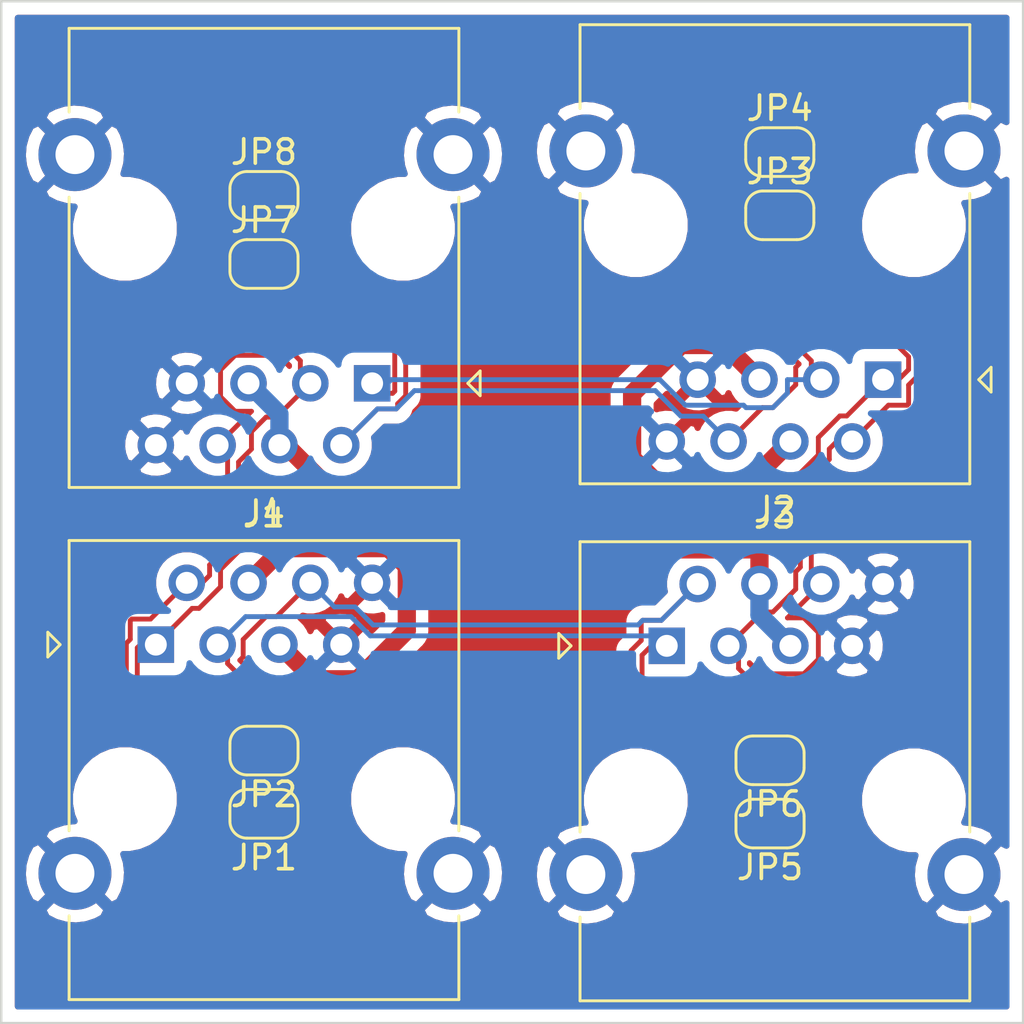
<source format=kicad_pcb>
(kicad_pcb (version 20171130) (host pcbnew "(5.1.6)-1")

  (general
    (thickness 1.6)
    (drawings 4)
    (tracks 223)
    (zones 0)
    (modules 12)
    (nets 11)
  )

  (page A4)
  (layers
    (0 F.Cu signal)
    (31 B.Cu signal)
    (32 B.Adhes user)
    (33 F.Adhes user)
    (34 B.Paste user)
    (35 F.Paste user)
    (36 B.SilkS user)
    (37 F.SilkS user)
    (38 B.Mask user)
    (39 F.Mask user)
    (40 Dwgs.User user)
    (41 Cmts.User user)
    (42 Eco1.User user)
    (43 Eco2.User user)
    (44 Edge.Cuts user)
    (45 Margin user)
    (46 B.CrtYd user)
    (47 F.CrtYd user)
    (48 B.Fab user)
    (49 F.Fab user)
  )

  (setup
    (last_trace_width 0.2)
    (trace_clearance 0.2)
    (zone_clearance 0.508)
    (zone_45_only no)
    (trace_min 0.2)
    (via_size 0.8)
    (via_drill 0.4)
    (via_min_size 0.4)
    (via_min_drill 0.3)
    (uvia_size 0.8)
    (uvia_drill 0.4)
    (uvias_allowed no)
    (uvia_min_size 0.4)
    (uvia_min_drill 0.3)
    (edge_width 0.05)
    (segment_width 0.2)
    (pcb_text_width 0.3)
    (pcb_text_size 1.5 1.5)
    (mod_edge_width 0.12)
    (mod_text_size 1 1)
    (mod_text_width 0.15)
    (pad_size 1.524 1.524)
    (pad_drill 0.762)
    (pad_to_mask_clearance 0.05)
    (aux_axis_origin 0 0)
    (visible_elements 7FFFFFFF)
    (pcbplotparams
      (layerselection 0x010fc_ffffffff)
      (usegerberextensions false)
      (usegerberattributes true)
      (usegerberadvancedattributes true)
      (creategerberjobfile true)
      (excludeedgelayer true)
      (linewidth 0.100000)
      (plotframeref false)
      (viasonmask false)
      (mode 1)
      (useauxorigin false)
      (hpglpennumber 1)
      (hpglpenspeed 20)
      (hpglpendiameter 15.000000)
      (psnegative false)
      (psa4output false)
      (plotreference true)
      (plotvalue true)
      (plotinvisibletext false)
      (padsonsilk false)
      (subtractmaskfromsilk false)
      (outputformat 1)
      (mirror false)
      (drillshape 0)
      (scaleselection 1)
      (outputdirectory "gerbers/"))
  )

  (net 0 "")
  (net 1 GND)
  (net 2 VBUS)
  (net 3 /CAN4+)
  (net 4 /CAN1+)
  (net 5 /CAN1-)
  (net 6 /CAN4-)
  (net 7 /CAN2-)
  (net 8 /CAN3-)
  (net 9 /CAN3+)
  (net 10 /CAN2+)

  (net_class Default "This is the default net class."
    (clearance 0.2)
    (trace_width 0.2)
    (via_dia 0.8)
    (via_drill 0.4)
    (uvia_dia 0.8)
    (uvia_drill 0.4)
    (add_net /CAN1+)
    (add_net /CAN1-)
    (add_net /CAN2+)
    (add_net /CAN2-)
    (add_net /CAN3+)
    (add_net /CAN3-)
    (add_net /CAN4+)
    (add_net /CAN4-)
    (add_net GND)
  )

  (net_class VBUS ""
    (clearance 0.3)
    (trace_width 0.75)
    (via_dia 0.8)
    (via_drill 0.4)
    (uvia_dia 0.8)
    (uvia_drill 0.4)
    (add_net VBUS)
  )

  (module Connector_RJ:RJ45_Ninigi_GE (layer F.Cu) (tedit 5E407CD7) (tstamp 5F21995B)
    (at 59.355001 43.445001)
    (descr "1 port ethernet throughhole connector, https://en.ninigi.com/product/rj45ge/pdf")
    (tags "RJ45 ethernet 8p8c")
    (path /5F220708)
    (fp_text reference J1 (at 4.445 -5.34) (layer F.SilkS)
      (effects (font (size 1 1) (thickness 0.15)))
    )
    (fp_text value RJ45_Shielded (at 4.455 13.26) (layer F.Fab)
      (effects (font (size 1 1) (thickness 0.15)))
    )
    (fp_line (start -3.565 11.15) (end -3.565 14.59) (layer F.SilkS) (width 0.12))
    (fp_line (start -3.455 -2.84) (end -2.125 -4.17) (layer F.Fab) (width 0.1))
    (fp_line (start -4.441 0.508) (end -3.933 0) (layer F.SilkS) (width 0.12))
    (fp_line (start -4.441 -0.508) (end -4.441 0.508) (layer F.SilkS) (width 0.12))
    (fp_line (start -3.933 0) (end -4.441 -0.508) (layer F.SilkS) (width 0.12))
    (fp_line (start -5.33 14.98) (end -5.33 -4.67) (layer F.CrtYd) (width 0.05))
    (fp_line (start 14.22 14.98) (end -5.33 14.98) (layer F.CrtYd) (width 0.05))
    (fp_line (start 14.22 -4.67) (end 14.22 14.98) (layer F.CrtYd) (width 0.05))
    (fp_line (start -5.33 -4.67) (end 14.22 -4.67) (layer F.CrtYd) (width 0.05))
    (fp_line (start 12.455 11.15) (end 12.455 14.59) (layer F.SilkS) (width 0.12))
    (fp_line (start 12.455 14.59) (end -3.565 14.59) (layer F.SilkS) (width 0.12))
    (fp_line (start -3.565 -4.28) (end -3.565 7.65) (layer F.SilkS) (width 0.12))
    (fp_line (start 12.455 -4.28) (end -3.565 -4.28) (layer F.SilkS) (width 0.12))
    (fp_line (start 12.455 -4.28) (end 12.455 7.65) (layer F.SilkS) (width 0.12))
    (fp_line (start 12.345 14.48) (end -3.455 14.48) (layer F.Fab) (width 0.1))
    (fp_line (start 12.345 14.48) (end 12.345 -4.17) (layer F.Fab) (width 0.1))
    (fp_line (start 12.345 -4.17) (end -2.125 -4.17) (layer F.Fab) (width 0.1))
    (fp_line (start -3.455 -2.84) (end -3.455 14.48) (layer F.Fab) (width 0.1))
    (fp_text user %R (at 4.445 6.36) (layer F.Fab)
      (effects (font (size 1 1) (thickness 0.15)))
    )
    (pad "" np_thru_hole circle (at 10.16 6.35 180) (size 3.25 3.25) (drill 3.25) (layers *.Cu *.Mask))
    (pad SH thru_hole circle (at 12.215 9.4 180) (size 3 3) (drill 1.6) (layers *.Cu *.Mask)
      (net 1 GND))
    (pad "" np_thru_hole circle (at -1.27 6.35) (size 3.25 3.25) (drill 3.25) (layers *.Cu *.Mask))
    (pad 3 thru_hole circle (at 2.54 0 180) (size 1.5 1.5) (drill 0.9) (layers *.Cu *.Mask)
      (net 3 /CAN4+))
    (pad 5 thru_hole circle (at 5.08 0 180) (size 1.5 1.5) (drill 0.9) (layers *.Cu *.Mask)
      (net 2 VBUS))
    (pad 4 thru_hole circle (at 3.81 -2.54 180) (size 1.5 1.5) (drill 0.9) (layers *.Cu *.Mask)
      (net 2 VBUS))
    (pad 7 thru_hole circle (at 7.62 0 180) (size 1.5 1.5) (drill 0.9) (layers *.Cu *.Mask)
      (net 1 GND))
    (pad 1 thru_hole rect (at 0 0 180) (size 1.5 1.5) (drill 0.9) (layers *.Cu *.Mask)
      (net 4 /CAN1+))
    (pad 2 thru_hole circle (at 1.27 -2.54 180) (size 1.5 1.5) (drill 0.9) (layers *.Cu *.Mask)
      (net 5 /CAN1-))
    (pad SH thru_hole circle (at -3.325 9.4) (size 3 3) (drill 1.6) (layers *.Cu *.Mask)
      (net 1 GND))
    (pad 8 thru_hole circle (at 8.89 -2.54 180) (size 1.5 1.5) (drill 0.9) (layers *.Cu *.Mask)
      (net 1 GND))
    (pad 6 thru_hole circle (at 6.35 -2.54 180) (size 1.5 1.5) (drill 0.9) (layers *.Cu *.Mask)
      (net 6 /CAN4-))
    (model ${KISYS3DMOD}/Connector_RJ.3dshapes/RJ45_Ninigi_GE.wrl
      (at (xyz 0 0 0))
      (scale (xyz 1 1 1))
      (rotate (xyz 0 0 0))
    )
  )

  (module Connector_RJ:RJ45_Ninigi_GE (layer F.Cu) (tedit 5E407CD7) (tstamp 5F20B381)
    (at 89.244999 32.554999 180)
    (descr "1 port ethernet throughhole connector, https://en.ninigi.com/product/rj45ge/pdf")
    (tags "RJ45 ethernet 8p8c")
    (path /5F227575)
    (fp_text reference J2 (at 4.445 -5.34) (layer F.SilkS)
      (effects (font (size 1 1) (thickness 0.15)))
    )
    (fp_text value RJ45_Shielded (at 4.455 13.26) (layer F.Fab)
      (effects (font (size 1 1) (thickness 0.15)))
    )
    (fp_line (start -3.455 -2.84) (end -3.455 14.48) (layer F.Fab) (width 0.1))
    (fp_line (start 12.345 -4.17) (end -2.125 -4.17) (layer F.Fab) (width 0.1))
    (fp_line (start 12.345 14.48) (end 12.345 -4.17) (layer F.Fab) (width 0.1))
    (fp_line (start 12.345 14.48) (end -3.455 14.48) (layer F.Fab) (width 0.1))
    (fp_line (start 12.455 -4.28) (end 12.455 7.65) (layer F.SilkS) (width 0.12))
    (fp_line (start 12.455 -4.28) (end -3.565 -4.28) (layer F.SilkS) (width 0.12))
    (fp_line (start -3.565 -4.28) (end -3.565 7.65) (layer F.SilkS) (width 0.12))
    (fp_line (start 12.455 14.59) (end -3.565 14.59) (layer F.SilkS) (width 0.12))
    (fp_line (start 12.455 11.15) (end 12.455 14.59) (layer F.SilkS) (width 0.12))
    (fp_line (start -5.33 -4.67) (end 14.22 -4.67) (layer F.CrtYd) (width 0.05))
    (fp_line (start 14.22 -4.67) (end 14.22 14.98) (layer F.CrtYd) (width 0.05))
    (fp_line (start 14.22 14.98) (end -5.33 14.98) (layer F.CrtYd) (width 0.05))
    (fp_line (start -5.33 14.98) (end -5.33 -4.67) (layer F.CrtYd) (width 0.05))
    (fp_line (start -3.933 0) (end -4.441 -0.508) (layer F.SilkS) (width 0.12))
    (fp_line (start -4.441 -0.508) (end -4.441 0.508) (layer F.SilkS) (width 0.12))
    (fp_line (start -4.441 0.508) (end -3.933 0) (layer F.SilkS) (width 0.12))
    (fp_line (start -3.455 -2.84) (end -2.125 -4.17) (layer F.Fab) (width 0.1))
    (fp_line (start -3.565 11.15) (end -3.565 14.59) (layer F.SilkS) (width 0.12))
    (fp_text user %R (at 4.445 6.36) (layer F.Fab)
      (effects (font (size 1 1) (thickness 0.15)))
    )
    (pad 6 thru_hole circle (at 6.35 -2.54) (size 1.5 1.5) (drill 0.9) (layers *.Cu *.Mask)
      (net 7 /CAN2-))
    (pad 8 thru_hole circle (at 8.89 -2.54) (size 1.5 1.5) (drill 0.9) (layers *.Cu *.Mask)
      (net 1 GND))
    (pad SH thru_hole circle (at -3.325 9.4 180) (size 3 3) (drill 1.6) (layers *.Cu *.Mask)
      (net 1 GND))
    (pad 2 thru_hole circle (at 1.27 -2.54) (size 1.5 1.5) (drill 0.9) (layers *.Cu *.Mask)
      (net 8 /CAN3-))
    (pad 1 thru_hole rect (at 0 0) (size 1.5 1.5) (drill 0.9) (layers *.Cu *.Mask)
      (net 9 /CAN3+))
    (pad 7 thru_hole circle (at 7.62 0) (size 1.5 1.5) (drill 0.9) (layers *.Cu *.Mask)
      (net 1 GND))
    (pad 4 thru_hole circle (at 3.81 -2.54) (size 1.5 1.5) (drill 0.9) (layers *.Cu *.Mask)
      (net 2 VBUS))
    (pad 5 thru_hole circle (at 5.08 0) (size 1.5 1.5) (drill 0.9) (layers *.Cu *.Mask)
      (net 2 VBUS))
    (pad 3 thru_hole circle (at 2.54 0) (size 1.5 1.5) (drill 0.9) (layers *.Cu *.Mask)
      (net 10 /CAN2+))
    (pad "" np_thru_hole circle (at -1.27 6.35 180) (size 3.25 3.25) (drill 3.25) (layers *.Cu *.Mask))
    (pad SH thru_hole circle (at 12.215 9.4) (size 3 3) (drill 1.6) (layers *.Cu *.Mask)
      (net 1 GND))
    (pad "" np_thru_hole circle (at 10.16 6.35) (size 3.25 3.25) (drill 3.25) (layers *.Cu *.Mask))
    (model ${KISYS3DMOD}/Connector_RJ.3dshapes/RJ45_Ninigi_GE.wrl
      (at (xyz 0 0 0))
      (scale (xyz 1 1 1))
      (rotate (xyz 0 0 0))
    )
  )

  (module Jumper:SolderJumper-2_P1.3mm_Open_RoundedPad1.0x1.5mm (layer F.Cu) (tedit 5B391E66) (tstamp 5F219D41)
    (at 63.8 50.4 180)
    (descr "SMD Solder Jumper, 1x1.5mm, rounded Pads, 0.3mm gap, open")
    (tags "solder jumper open")
    (path /5F220730)
    (attr virtual)
    (fp_text reference JP1 (at 0 -1.8) (layer F.SilkS)
      (effects (font (size 1 1) (thickness 0.15)))
    )
    (fp_text value NoSocket (at 0 1.9) (layer F.Fab)
      (effects (font (size 1 1) (thickness 0.15)))
    )
    (fp_line (start 1.65 1.25) (end -1.65 1.25) (layer F.CrtYd) (width 0.05))
    (fp_line (start 1.65 1.25) (end 1.65 -1.25) (layer F.CrtYd) (width 0.05))
    (fp_line (start -1.65 -1.25) (end -1.65 1.25) (layer F.CrtYd) (width 0.05))
    (fp_line (start -1.65 -1.25) (end 1.65 -1.25) (layer F.CrtYd) (width 0.05))
    (fp_line (start -0.7 -1) (end 0.7 -1) (layer F.SilkS) (width 0.12))
    (fp_line (start 1.4 -0.3) (end 1.4 0.3) (layer F.SilkS) (width 0.12))
    (fp_line (start 0.7 1) (end -0.7 1) (layer F.SilkS) (width 0.12))
    (fp_line (start -1.4 0.3) (end -1.4 -0.3) (layer F.SilkS) (width 0.12))
    (fp_arc (start 0.7 -0.3) (end 1.4 -0.3) (angle -90) (layer F.SilkS) (width 0.12))
    (fp_arc (start 0.7 0.3) (end 0.7 1) (angle -90) (layer F.SilkS) (width 0.12))
    (fp_arc (start -0.7 0.3) (end -1.4 0.3) (angle -90) (layer F.SilkS) (width 0.12))
    (fp_arc (start -0.7 -0.3) (end -0.7 -1) (angle -90) (layer F.SilkS) (width 0.12))
    (pad 1 smd custom (at -0.65 0 180) (size 1 0.5) (layers F.Cu F.Mask)
      (net 6 /CAN4-) (zone_connect 2)
      (options (clearance outline) (anchor rect))
      (primitives
        (gr_circle (center 0 0.25) (end 0.5 0.25) (width 0))
        (gr_circle (center 0 -0.25) (end 0.5 -0.25) (width 0))
        (gr_poly (pts
           (xy 0 -0.75) (xy 0.5 -0.75) (xy 0.5 0.75) (xy 0 0.75)) (width 0))
      ))
    (pad 2 smd custom (at 0.65 0 180) (size 1 0.5) (layers F.Cu F.Mask)
      (net 5 /CAN1-) (zone_connect 2)
      (options (clearance outline) (anchor rect))
      (primitives
        (gr_circle (center 0 0.25) (end 0.5 0.25) (width 0))
        (gr_circle (center 0 -0.25) (end 0.5 -0.25) (width 0))
        (gr_poly (pts
           (xy 0 -0.75) (xy -0.5 -0.75) (xy -0.5 0.75) (xy 0 0.75)) (width 0))
      ))
  )

  (module Jumper:SolderJumper-2_P1.3mm_Open_RoundedPad1.0x1.5mm (layer F.Cu) (tedit 5B391E66) (tstamp 5F219D0E)
    (at 63.8 47.8 180)
    (descr "SMD Solder Jumper, 1x1.5mm, rounded Pads, 0.3mm gap, open")
    (tags "solder jumper open")
    (path /5F220741)
    (attr virtual)
    (fp_text reference JP2 (at 0 -1.8) (layer F.SilkS)
      (effects (font (size 1 1) (thickness 0.15)))
    )
    (fp_text value NoSocket (at 0 1.9) (layer F.Fab)
      (effects (font (size 1 1) (thickness 0.15)))
    )
    (fp_line (start -1.4 0.3) (end -1.4 -0.3) (layer F.SilkS) (width 0.12))
    (fp_line (start 0.7 1) (end -0.7 1) (layer F.SilkS) (width 0.12))
    (fp_line (start 1.4 -0.3) (end 1.4 0.3) (layer F.SilkS) (width 0.12))
    (fp_line (start -0.7 -1) (end 0.7 -1) (layer F.SilkS) (width 0.12))
    (fp_line (start -1.65 -1.25) (end 1.65 -1.25) (layer F.CrtYd) (width 0.05))
    (fp_line (start -1.65 -1.25) (end -1.65 1.25) (layer F.CrtYd) (width 0.05))
    (fp_line (start 1.65 1.25) (end 1.65 -1.25) (layer F.CrtYd) (width 0.05))
    (fp_line (start 1.65 1.25) (end -1.65 1.25) (layer F.CrtYd) (width 0.05))
    (fp_arc (start -0.7 -0.3) (end -0.7 -1) (angle -90) (layer F.SilkS) (width 0.12))
    (fp_arc (start -0.7 0.3) (end -1.4 0.3) (angle -90) (layer F.SilkS) (width 0.12))
    (fp_arc (start 0.7 0.3) (end 0.7 1) (angle -90) (layer F.SilkS) (width 0.12))
    (fp_arc (start 0.7 -0.3) (end 1.4 -0.3) (angle -90) (layer F.SilkS) (width 0.12))
    (pad 2 smd custom (at 0.65 0 180) (size 1 0.5) (layers F.Cu F.Mask)
      (net 4 /CAN1+) (zone_connect 2)
      (options (clearance outline) (anchor rect))
      (primitives
        (gr_circle (center 0 0.25) (end 0.5 0.25) (width 0))
        (gr_circle (center 0 -0.25) (end 0.5 -0.25) (width 0))
        (gr_poly (pts
           (xy 0 -0.75) (xy -0.5 -0.75) (xy -0.5 0.75) (xy 0 0.75)) (width 0))
      ))
    (pad 1 smd custom (at -0.65 0 180) (size 1 0.5) (layers F.Cu F.Mask)
      (net 3 /CAN4+) (zone_connect 2)
      (options (clearance outline) (anchor rect))
      (primitives
        (gr_circle (center 0 0.25) (end 0.5 0.25) (width 0))
        (gr_circle (center 0 -0.25) (end 0.5 -0.25) (width 0))
        (gr_poly (pts
           (xy 0 -0.75) (xy 0.5 -0.75) (xy 0.5 0.75) (xy 0 0.75)) (width 0))
      ))
  )

  (module Jumper:SolderJumper-2_P1.3mm_Open_RoundedPad1.0x1.5mm (layer F.Cu) (tedit 5B391E66) (tstamp 5F20B3B7)
    (at 85 25.8)
    (descr "SMD Solder Jumper, 1x1.5mm, rounded Pads, 0.3mm gap, open")
    (tags "solder jumper open")
    (path /5F2275AC)
    (attr virtual)
    (fp_text reference JP3 (at 0 -1.8) (layer F.SilkS)
      (effects (font (size 1 1) (thickness 0.15)))
    )
    (fp_text value NoSocket (at 0 1.9) (layer F.Fab)
      (effects (font (size 1 1) (thickness 0.15)))
    )
    (fp_line (start -1.4 0.3) (end -1.4 -0.3) (layer F.SilkS) (width 0.12))
    (fp_line (start 0.7 1) (end -0.7 1) (layer F.SilkS) (width 0.12))
    (fp_line (start 1.4 -0.3) (end 1.4 0.3) (layer F.SilkS) (width 0.12))
    (fp_line (start -0.7 -1) (end 0.7 -1) (layer F.SilkS) (width 0.12))
    (fp_line (start -1.65 -1.25) (end 1.65 -1.25) (layer F.CrtYd) (width 0.05))
    (fp_line (start -1.65 -1.25) (end -1.65 1.25) (layer F.CrtYd) (width 0.05))
    (fp_line (start 1.65 1.25) (end 1.65 -1.25) (layer F.CrtYd) (width 0.05))
    (fp_line (start 1.65 1.25) (end -1.65 1.25) (layer F.CrtYd) (width 0.05))
    (fp_arc (start -0.7 -0.3) (end -0.7 -1) (angle -90) (layer F.SilkS) (width 0.12))
    (fp_arc (start -0.7 0.3) (end -1.4 0.3) (angle -90) (layer F.SilkS) (width 0.12))
    (fp_arc (start 0.7 0.3) (end 0.7 1) (angle -90) (layer F.SilkS) (width 0.12))
    (fp_arc (start 0.7 -0.3) (end 1.4 -0.3) (angle -90) (layer F.SilkS) (width 0.12))
    (pad 2 smd custom (at 0.65 0) (size 1 0.5) (layers F.Cu F.Mask)
      (net 9 /CAN3+) (zone_connect 2)
      (options (clearance outline) (anchor rect))
      (primitives
        (gr_circle (center 0 0.25) (end 0.5 0.25) (width 0))
        (gr_circle (center 0 -0.25) (end 0.5 -0.25) (width 0))
        (gr_poly (pts
           (xy 0 -0.75) (xy -0.5 -0.75) (xy -0.5 0.75) (xy 0 0.75)) (width 0))
      ))
    (pad 1 smd custom (at -0.65 0) (size 1 0.5) (layers F.Cu F.Mask)
      (net 10 /CAN2+) (zone_connect 2)
      (options (clearance outline) (anchor rect))
      (primitives
        (gr_circle (center 0 0.25) (end 0.5 0.25) (width 0))
        (gr_circle (center 0 -0.25) (end 0.5 -0.25) (width 0))
        (gr_poly (pts
           (xy 0 -0.75) (xy 0.5 -0.75) (xy 0.5 0.75) (xy 0 0.75)) (width 0))
      ))
  )

  (module Jumper:SolderJumper-2_P1.3mm_Open_RoundedPad1.0x1.5mm (layer F.Cu) (tedit 5B391E66) (tstamp 5F20B3C9)
    (at 85 23.2)
    (descr "SMD Solder Jumper, 1x1.5mm, rounded Pads, 0.3mm gap, open")
    (tags "solder jumper open")
    (path /5F22759B)
    (attr virtual)
    (fp_text reference JP4 (at 0 -1.8) (layer F.SilkS)
      (effects (font (size 1 1) (thickness 0.15)))
    )
    (fp_text value NoSocket (at 0 1.9) (layer F.Fab)
      (effects (font (size 1 1) (thickness 0.15)))
    )
    (fp_line (start 1.65 1.25) (end -1.65 1.25) (layer F.CrtYd) (width 0.05))
    (fp_line (start 1.65 1.25) (end 1.65 -1.25) (layer F.CrtYd) (width 0.05))
    (fp_line (start -1.65 -1.25) (end -1.65 1.25) (layer F.CrtYd) (width 0.05))
    (fp_line (start -1.65 -1.25) (end 1.65 -1.25) (layer F.CrtYd) (width 0.05))
    (fp_line (start -0.7 -1) (end 0.7 -1) (layer F.SilkS) (width 0.12))
    (fp_line (start 1.4 -0.3) (end 1.4 0.3) (layer F.SilkS) (width 0.12))
    (fp_line (start 0.7 1) (end -0.7 1) (layer F.SilkS) (width 0.12))
    (fp_line (start -1.4 0.3) (end -1.4 -0.3) (layer F.SilkS) (width 0.12))
    (fp_arc (start 0.7 -0.3) (end 1.4 -0.3) (angle -90) (layer F.SilkS) (width 0.12))
    (fp_arc (start 0.7 0.3) (end 0.7 1) (angle -90) (layer F.SilkS) (width 0.12))
    (fp_arc (start -0.7 0.3) (end -1.4 0.3) (angle -90) (layer F.SilkS) (width 0.12))
    (fp_arc (start -0.7 -0.3) (end -0.7 -1) (angle -90) (layer F.SilkS) (width 0.12))
    (pad 1 smd custom (at -0.65 0) (size 1 0.5) (layers F.Cu F.Mask)
      (net 7 /CAN2-) (zone_connect 2)
      (options (clearance outline) (anchor rect))
      (primitives
        (gr_circle (center 0 0.25) (end 0.5 0.25) (width 0))
        (gr_circle (center 0 -0.25) (end 0.5 -0.25) (width 0))
        (gr_poly (pts
           (xy 0 -0.75) (xy 0.5 -0.75) (xy 0.5 0.75) (xy 0 0.75)) (width 0))
      ))
    (pad 2 smd custom (at 0.65 0) (size 1 0.5) (layers F.Cu F.Mask)
      (net 8 /CAN3-) (zone_connect 2)
      (options (clearance outline) (anchor rect))
      (primitives
        (gr_circle (center 0 0.25) (end 0.5 0.25) (width 0))
        (gr_circle (center 0 -0.25) (end 0.5 -0.25) (width 0))
        (gr_poly (pts
           (xy 0 -0.75) (xy -0.5 -0.75) (xy -0.5 0.75) (xy 0 0.75)) (width 0))
      ))
  )

  (module Connector_RJ:RJ45_Ninigi_GE (layer F.Cu) (tedit 5E407CD7) (tstamp 5F219441)
    (at 80.355001 43.495001)
    (descr "1 port ethernet throughhole connector, https://en.ninigi.com/product/rj45ge/pdf")
    (tags "RJ45 ethernet 8p8c")
    (path /5F241E08)
    (fp_text reference J3 (at 4.445 -5.34) (layer F.SilkS)
      (effects (font (size 1 1) (thickness 0.15)))
    )
    (fp_text value RJ45_Shielded (at 4.455 13.26) (layer F.Fab)
      (effects (font (size 1 1) (thickness 0.15)))
    )
    (fp_line (start -3.455 -2.84) (end -3.455 14.48) (layer F.Fab) (width 0.1))
    (fp_line (start 12.345 -4.17) (end -2.125 -4.17) (layer F.Fab) (width 0.1))
    (fp_line (start 12.345 14.48) (end 12.345 -4.17) (layer F.Fab) (width 0.1))
    (fp_line (start 12.345 14.48) (end -3.455 14.48) (layer F.Fab) (width 0.1))
    (fp_line (start 12.455 -4.28) (end 12.455 7.65) (layer F.SilkS) (width 0.12))
    (fp_line (start 12.455 -4.28) (end -3.565 -4.28) (layer F.SilkS) (width 0.12))
    (fp_line (start -3.565 -4.28) (end -3.565 7.65) (layer F.SilkS) (width 0.12))
    (fp_line (start 12.455 14.59) (end -3.565 14.59) (layer F.SilkS) (width 0.12))
    (fp_line (start 12.455 11.15) (end 12.455 14.59) (layer F.SilkS) (width 0.12))
    (fp_line (start -5.33 -4.67) (end 14.22 -4.67) (layer F.CrtYd) (width 0.05))
    (fp_line (start 14.22 -4.67) (end 14.22 14.98) (layer F.CrtYd) (width 0.05))
    (fp_line (start 14.22 14.98) (end -5.33 14.98) (layer F.CrtYd) (width 0.05))
    (fp_line (start -5.33 14.98) (end -5.33 -4.67) (layer F.CrtYd) (width 0.05))
    (fp_line (start -3.933 0) (end -4.441 -0.508) (layer F.SilkS) (width 0.12))
    (fp_line (start -4.441 -0.508) (end -4.441 0.508) (layer F.SilkS) (width 0.12))
    (fp_line (start -4.441 0.508) (end -3.933 0) (layer F.SilkS) (width 0.12))
    (fp_line (start -3.455 -2.84) (end -2.125 -4.17) (layer F.Fab) (width 0.1))
    (fp_line (start -3.565 11.15) (end -3.565 14.59) (layer F.SilkS) (width 0.12))
    (fp_text user %R (at 4.445 6.36) (layer F.Fab)
      (effects (font (size 1 1) (thickness 0.15)))
    )
    (pad 6 thru_hole circle (at 6.35 -2.54 180) (size 1.5 1.5) (drill 0.9) (layers *.Cu *.Mask)
      (net 8 /CAN3-))
    (pad 8 thru_hole circle (at 8.89 -2.54 180) (size 1.5 1.5) (drill 0.9) (layers *.Cu *.Mask)
      (net 1 GND))
    (pad SH thru_hole circle (at -3.325 9.4) (size 3 3) (drill 1.6) (layers *.Cu *.Mask)
      (net 1 GND))
    (pad 2 thru_hole circle (at 1.27 -2.54 180) (size 1.5 1.5) (drill 0.9) (layers *.Cu *.Mask)
      (net 6 /CAN4-))
    (pad 1 thru_hole rect (at 0 0 180) (size 1.5 1.5) (drill 0.9) (layers *.Cu *.Mask)
      (net 3 /CAN4+))
    (pad 7 thru_hole circle (at 7.62 0 180) (size 1.5 1.5) (drill 0.9) (layers *.Cu *.Mask)
      (net 1 GND))
    (pad 4 thru_hole circle (at 3.81 -2.54 180) (size 1.5 1.5) (drill 0.9) (layers *.Cu *.Mask)
      (net 2 VBUS))
    (pad 5 thru_hole circle (at 5.08 0 180) (size 1.5 1.5) (drill 0.9) (layers *.Cu *.Mask)
      (net 2 VBUS))
    (pad 3 thru_hole circle (at 2.54 0 180) (size 1.5 1.5) (drill 0.9) (layers *.Cu *.Mask)
      (net 9 /CAN3+))
    (pad "" np_thru_hole circle (at -1.27 6.35) (size 3.25 3.25) (drill 3.25) (layers *.Cu *.Mask))
    (pad SH thru_hole circle (at 12.215 9.4 180) (size 3 3) (drill 1.6) (layers *.Cu *.Mask)
      (net 1 GND))
    (pad "" np_thru_hole circle (at 10.16 6.35 180) (size 3.25 3.25) (drill 3.25) (layers *.Cu *.Mask))
    (model ${KISYS3DMOD}/Connector_RJ.3dshapes/RJ45_Ninigi_GE.wrl
      (at (xyz 0 0 0))
      (scale (xyz 1 1 1))
      (rotate (xyz 0 0 0))
    )
  )

  (module Connector_RJ:RJ45_Ninigi_GE (layer F.Cu) (tedit 5E407CD7) (tstamp 5F219464)
    (at 68.244999 32.704999 180)
    (descr "1 port ethernet throughhole connector, https://en.ninigi.com/product/rj45ge/pdf")
    (tags "RJ45 ethernet 8p8c")
    (path /5F23DBA5)
    (fp_text reference J4 (at 4.445 -5.34) (layer F.SilkS)
      (effects (font (size 1 1) (thickness 0.15)))
    )
    (fp_text value RJ45_Shielded (at 4.455 13.26) (layer F.Fab)
      (effects (font (size 1 1) (thickness 0.15)))
    )
    (fp_line (start -3.565 11.15) (end -3.565 14.59) (layer F.SilkS) (width 0.12))
    (fp_line (start -3.455 -2.84) (end -2.125 -4.17) (layer F.Fab) (width 0.1))
    (fp_line (start -4.441 0.508) (end -3.933 0) (layer F.SilkS) (width 0.12))
    (fp_line (start -4.441 -0.508) (end -4.441 0.508) (layer F.SilkS) (width 0.12))
    (fp_line (start -3.933 0) (end -4.441 -0.508) (layer F.SilkS) (width 0.12))
    (fp_line (start -5.33 14.98) (end -5.33 -4.67) (layer F.CrtYd) (width 0.05))
    (fp_line (start 14.22 14.98) (end -5.33 14.98) (layer F.CrtYd) (width 0.05))
    (fp_line (start 14.22 -4.67) (end 14.22 14.98) (layer F.CrtYd) (width 0.05))
    (fp_line (start -5.33 -4.67) (end 14.22 -4.67) (layer F.CrtYd) (width 0.05))
    (fp_line (start 12.455 11.15) (end 12.455 14.59) (layer F.SilkS) (width 0.12))
    (fp_line (start 12.455 14.59) (end -3.565 14.59) (layer F.SilkS) (width 0.12))
    (fp_line (start -3.565 -4.28) (end -3.565 7.65) (layer F.SilkS) (width 0.12))
    (fp_line (start 12.455 -4.28) (end -3.565 -4.28) (layer F.SilkS) (width 0.12))
    (fp_line (start 12.455 -4.28) (end 12.455 7.65) (layer F.SilkS) (width 0.12))
    (fp_line (start 12.345 14.48) (end -3.455 14.48) (layer F.Fab) (width 0.1))
    (fp_line (start 12.345 14.48) (end 12.345 -4.17) (layer F.Fab) (width 0.1))
    (fp_line (start 12.345 -4.17) (end -2.125 -4.17) (layer F.Fab) (width 0.1))
    (fp_line (start -3.455 -2.84) (end -3.455 14.48) (layer F.Fab) (width 0.1))
    (fp_text user %R (at 4.445 6.36) (layer F.Fab)
      (effects (font (size 1 1) (thickness 0.15)))
    )
    (pad "" np_thru_hole circle (at 10.16 6.35) (size 3.25 3.25) (drill 3.25) (layers *.Cu *.Mask))
    (pad SH thru_hole circle (at 12.215 9.4) (size 3 3) (drill 1.6) (layers *.Cu *.Mask)
      (net 1 GND))
    (pad "" np_thru_hole circle (at -1.27 6.35 180) (size 3.25 3.25) (drill 3.25) (layers *.Cu *.Mask))
    (pad 3 thru_hole circle (at 2.54 0) (size 1.5 1.5) (drill 0.9) (layers *.Cu *.Mask)
      (net 4 /CAN1+))
    (pad 5 thru_hole circle (at 5.08 0) (size 1.5 1.5) (drill 0.9) (layers *.Cu *.Mask)
      (net 2 VBUS))
    (pad 4 thru_hole circle (at 3.81 -2.54) (size 1.5 1.5) (drill 0.9) (layers *.Cu *.Mask)
      (net 2 VBUS))
    (pad 7 thru_hole circle (at 7.62 0) (size 1.5 1.5) (drill 0.9) (layers *.Cu *.Mask)
      (net 1 GND))
    (pad 1 thru_hole rect (at 0 0) (size 1.5 1.5) (drill 0.9) (layers *.Cu *.Mask)
      (net 10 /CAN2+))
    (pad 2 thru_hole circle (at 1.27 -2.54) (size 1.5 1.5) (drill 0.9) (layers *.Cu *.Mask)
      (net 7 /CAN2-))
    (pad SH thru_hole circle (at -3.325 9.4 180) (size 3 3) (drill 1.6) (layers *.Cu *.Mask)
      (net 1 GND))
    (pad 8 thru_hole circle (at 8.89 -2.54) (size 1.5 1.5) (drill 0.9) (layers *.Cu *.Mask)
      (net 1 GND))
    (pad 6 thru_hole circle (at 6.35 -2.54) (size 1.5 1.5) (drill 0.9) (layers *.Cu *.Mask)
      (net 5 /CAN1-))
    (model ${KISYS3DMOD}/Connector_RJ.3dshapes/RJ45_Ninigi_GE.wrl
      (at (xyz 0 0 0))
      (scale (xyz 1 1 1))
      (rotate (xyz 0 0 0))
    )
  )

  (module Jumper:SolderJumper-2_P1.3mm_Open_RoundedPad1.0x1.5mm (layer F.Cu) (tedit 5B391E66) (tstamp 5F219476)
    (at 84.6 50.8 180)
    (descr "SMD Solder Jumper, 1x1.5mm, rounded Pads, 0.3mm gap, open")
    (tags "solder jumper open")
    (path /5F241E2B)
    (attr virtual)
    (fp_text reference JP5 (at 0 -1.8) (layer F.SilkS)
      (effects (font (size 1 1) (thickness 0.15)))
    )
    (fp_text value NoSocket (at 0 1.9) (layer F.Fab)
      (effects (font (size 1 1) (thickness 0.15)))
    )
    (fp_line (start 1.65 1.25) (end -1.65 1.25) (layer F.CrtYd) (width 0.05))
    (fp_line (start 1.65 1.25) (end 1.65 -1.25) (layer F.CrtYd) (width 0.05))
    (fp_line (start -1.65 -1.25) (end -1.65 1.25) (layer F.CrtYd) (width 0.05))
    (fp_line (start -1.65 -1.25) (end 1.65 -1.25) (layer F.CrtYd) (width 0.05))
    (fp_line (start -0.7 -1) (end 0.7 -1) (layer F.SilkS) (width 0.12))
    (fp_line (start 1.4 -0.3) (end 1.4 0.3) (layer F.SilkS) (width 0.12))
    (fp_line (start 0.7 1) (end -0.7 1) (layer F.SilkS) (width 0.12))
    (fp_line (start -1.4 0.3) (end -1.4 -0.3) (layer F.SilkS) (width 0.12))
    (fp_arc (start 0.7 -0.3) (end 1.4 -0.3) (angle -90) (layer F.SilkS) (width 0.12))
    (fp_arc (start 0.7 0.3) (end 0.7 1) (angle -90) (layer F.SilkS) (width 0.12))
    (fp_arc (start -0.7 0.3) (end -1.4 0.3) (angle -90) (layer F.SilkS) (width 0.12))
    (fp_arc (start -0.7 -0.3) (end -0.7 -1) (angle -90) (layer F.SilkS) (width 0.12))
    (pad 1 smd custom (at -0.65 0 180) (size 1 0.5) (layers F.Cu F.Mask)
      (net 8 /CAN3-) (zone_connect 2)
      (options (clearance outline) (anchor rect))
      (primitives
        (gr_circle (center 0 0.25) (end 0.5 0.25) (width 0))
        (gr_circle (center 0 -0.25) (end 0.5 -0.25) (width 0))
        (gr_poly (pts
           (xy 0 -0.75) (xy 0.5 -0.75) (xy 0.5 0.75) (xy 0 0.75)) (width 0))
      ))
    (pad 2 smd custom (at 0.65 0 180) (size 1 0.5) (layers F.Cu F.Mask)
      (net 6 /CAN4-) (zone_connect 2)
      (options (clearance outline) (anchor rect))
      (primitives
        (gr_circle (center 0 0.25) (end 0.5 0.25) (width 0))
        (gr_circle (center 0 -0.25) (end 0.5 -0.25) (width 0))
        (gr_poly (pts
           (xy 0 -0.75) (xy -0.5 -0.75) (xy -0.5 0.75) (xy 0 0.75)) (width 0))
      ))
  )

  (module Jumper:SolderJumper-2_P1.3mm_Open_RoundedPad1.0x1.5mm (layer F.Cu) (tedit 5B391E66) (tstamp 5F219488)
    (at 84.6 48.2 180)
    (descr "SMD Solder Jumper, 1x1.5mm, rounded Pads, 0.3mm gap, open")
    (tags "solder jumper open")
    (path /5F241E38)
    (attr virtual)
    (fp_text reference JP6 (at 0 -1.8) (layer F.SilkS)
      (effects (font (size 1 1) (thickness 0.15)))
    )
    (fp_text value NoSocket (at 0 1.9) (layer F.Fab)
      (effects (font (size 1 1) (thickness 0.15)))
    )
    (fp_line (start -1.4 0.3) (end -1.4 -0.3) (layer F.SilkS) (width 0.12))
    (fp_line (start 0.7 1) (end -0.7 1) (layer F.SilkS) (width 0.12))
    (fp_line (start 1.4 -0.3) (end 1.4 0.3) (layer F.SilkS) (width 0.12))
    (fp_line (start -0.7 -1) (end 0.7 -1) (layer F.SilkS) (width 0.12))
    (fp_line (start -1.65 -1.25) (end 1.65 -1.25) (layer F.CrtYd) (width 0.05))
    (fp_line (start -1.65 -1.25) (end -1.65 1.25) (layer F.CrtYd) (width 0.05))
    (fp_line (start 1.65 1.25) (end 1.65 -1.25) (layer F.CrtYd) (width 0.05))
    (fp_line (start 1.65 1.25) (end -1.65 1.25) (layer F.CrtYd) (width 0.05))
    (fp_arc (start -0.7 -0.3) (end -0.7 -1) (angle -90) (layer F.SilkS) (width 0.12))
    (fp_arc (start -0.7 0.3) (end -1.4 0.3) (angle -90) (layer F.SilkS) (width 0.12))
    (fp_arc (start 0.7 0.3) (end 0.7 1) (angle -90) (layer F.SilkS) (width 0.12))
    (fp_arc (start 0.7 -0.3) (end 1.4 -0.3) (angle -90) (layer F.SilkS) (width 0.12))
    (pad 2 smd custom (at 0.65 0 180) (size 1 0.5) (layers F.Cu F.Mask)
      (net 3 /CAN4+) (zone_connect 2)
      (options (clearance outline) (anchor rect))
      (primitives
        (gr_circle (center 0 0.25) (end 0.5 0.25) (width 0))
        (gr_circle (center 0 -0.25) (end 0.5 -0.25) (width 0))
        (gr_poly (pts
           (xy 0 -0.75) (xy -0.5 -0.75) (xy -0.5 0.75) (xy 0 0.75)) (width 0))
      ))
    (pad 1 smd custom (at -0.65 0 180) (size 1 0.5) (layers F.Cu F.Mask)
      (net 9 /CAN3+) (zone_connect 2)
      (options (clearance outline) (anchor rect))
      (primitives
        (gr_circle (center 0 0.25) (end 0.5 0.25) (width 0))
        (gr_circle (center 0 -0.25) (end 0.5 -0.25) (width 0))
        (gr_poly (pts
           (xy 0 -0.75) (xy 0.5 -0.75) (xy 0.5 0.75) (xy 0 0.75)) (width 0))
      ))
  )

  (module Jumper:SolderJumper-2_P1.3mm_Open_RoundedPad1.0x1.5mm (layer F.Cu) (tedit 5B391E66) (tstamp 5F219EE1)
    (at 63.8 27.8)
    (descr "SMD Solder Jumper, 1x1.5mm, rounded Pads, 0.3mm gap, open")
    (tags "solder jumper open")
    (path /5F23DBD5)
    (attr virtual)
    (fp_text reference JP7 (at 0 -1.8) (layer F.SilkS)
      (effects (font (size 1 1) (thickness 0.15)))
    )
    (fp_text value NoSocket (at 0 1.9) (layer F.Fab)
      (effects (font (size 1 1) (thickness 0.15)))
    )
    (fp_line (start -1.4 0.3) (end -1.4 -0.3) (layer F.SilkS) (width 0.12))
    (fp_line (start 0.7 1) (end -0.7 1) (layer F.SilkS) (width 0.12))
    (fp_line (start 1.4 -0.3) (end 1.4 0.3) (layer F.SilkS) (width 0.12))
    (fp_line (start -0.7 -1) (end 0.7 -1) (layer F.SilkS) (width 0.12))
    (fp_line (start -1.65 -1.25) (end 1.65 -1.25) (layer F.CrtYd) (width 0.05))
    (fp_line (start -1.65 -1.25) (end -1.65 1.25) (layer F.CrtYd) (width 0.05))
    (fp_line (start 1.65 1.25) (end 1.65 -1.25) (layer F.CrtYd) (width 0.05))
    (fp_line (start 1.65 1.25) (end -1.65 1.25) (layer F.CrtYd) (width 0.05))
    (fp_arc (start -0.7 -0.3) (end -0.7 -1) (angle -90) (layer F.SilkS) (width 0.12))
    (fp_arc (start -0.7 0.3) (end -1.4 0.3) (angle -90) (layer F.SilkS) (width 0.12))
    (fp_arc (start 0.7 0.3) (end 0.7 1) (angle -90) (layer F.SilkS) (width 0.12))
    (fp_arc (start 0.7 -0.3) (end 1.4 -0.3) (angle -90) (layer F.SilkS) (width 0.12))
    (pad 2 smd custom (at 0.65 0) (size 1 0.5) (layers F.Cu F.Mask)
      (net 10 /CAN2+) (zone_connect 2)
      (options (clearance outline) (anchor rect))
      (primitives
        (gr_circle (center 0 0.25) (end 0.5 0.25) (width 0))
        (gr_circle (center 0 -0.25) (end 0.5 -0.25) (width 0))
        (gr_poly (pts
           (xy 0 -0.75) (xy -0.5 -0.75) (xy -0.5 0.75) (xy 0 0.75)) (width 0))
      ))
    (pad 1 smd custom (at -0.65 0) (size 1 0.5) (layers F.Cu F.Mask)
      (net 4 /CAN1+) (zone_connect 2)
      (options (clearance outline) (anchor rect))
      (primitives
        (gr_circle (center 0 0.25) (end 0.5 0.25) (width 0))
        (gr_circle (center 0 -0.25) (end 0.5 -0.25) (width 0))
        (gr_poly (pts
           (xy 0 -0.75) (xy 0.5 -0.75) (xy 0.5 0.75) (xy 0 0.75)) (width 0))
      ))
  )

  (module Jumper:SolderJumper-2_P1.3mm_Open_RoundedPad1.0x1.5mm (layer F.Cu) (tedit 5B391E66) (tstamp 5F2194AC)
    (at 63.8 25)
    (descr "SMD Solder Jumper, 1x1.5mm, rounded Pads, 0.3mm gap, open")
    (tags "solder jumper open")
    (path /5F23DBC8)
    (attr virtual)
    (fp_text reference JP8 (at 0 -1.8) (layer F.SilkS)
      (effects (font (size 1 1) (thickness 0.15)))
    )
    (fp_text value NoSocket (at 0 1.9) (layer F.Fab)
      (effects (font (size 1 1) (thickness 0.15)))
    )
    (fp_line (start 1.65 1.25) (end -1.65 1.25) (layer F.CrtYd) (width 0.05))
    (fp_line (start 1.65 1.25) (end 1.65 -1.25) (layer F.CrtYd) (width 0.05))
    (fp_line (start -1.65 -1.25) (end -1.65 1.25) (layer F.CrtYd) (width 0.05))
    (fp_line (start -1.65 -1.25) (end 1.65 -1.25) (layer F.CrtYd) (width 0.05))
    (fp_line (start -0.7 -1) (end 0.7 -1) (layer F.SilkS) (width 0.12))
    (fp_line (start 1.4 -0.3) (end 1.4 0.3) (layer F.SilkS) (width 0.12))
    (fp_line (start 0.7 1) (end -0.7 1) (layer F.SilkS) (width 0.12))
    (fp_line (start -1.4 0.3) (end -1.4 -0.3) (layer F.SilkS) (width 0.12))
    (fp_arc (start 0.7 -0.3) (end 1.4 -0.3) (angle -90) (layer F.SilkS) (width 0.12))
    (fp_arc (start 0.7 0.3) (end 0.7 1) (angle -90) (layer F.SilkS) (width 0.12))
    (fp_arc (start -0.7 0.3) (end -1.4 0.3) (angle -90) (layer F.SilkS) (width 0.12))
    (fp_arc (start -0.7 -0.3) (end -0.7 -1) (angle -90) (layer F.SilkS) (width 0.12))
    (pad 1 smd custom (at -0.65 0) (size 1 0.5) (layers F.Cu F.Mask)
      (net 5 /CAN1-) (zone_connect 2)
      (options (clearance outline) (anchor rect))
      (primitives
        (gr_circle (center 0 0.25) (end 0.5 0.25) (width 0))
        (gr_circle (center 0 -0.25) (end 0.5 -0.25) (width 0))
        (gr_poly (pts
           (xy 0 -0.75) (xy 0.5 -0.75) (xy 0.5 0.75) (xy 0 0.75)) (width 0))
      ))
    (pad 2 smd custom (at 0.65 0) (size 1 0.5) (layers F.Cu F.Mask)
      (net 7 /CAN2-) (zone_connect 2)
      (options (clearance outline) (anchor rect))
      (primitives
        (gr_circle (center 0 0.25) (end 0.5 0.25) (width 0))
        (gr_circle (center 0 -0.25) (end 0.5 -0.25) (width 0))
        (gr_poly (pts
           (xy 0 -0.75) (xy -0.5 -0.75) (xy -0.5 0.75) (xy 0 0.75)) (width 0))
      ))
  )

  (gr_line (start 95 17) (end 95 59) (layer Edge.Cuts) (width 0.1))
  (gr_line (start 53 17) (end 95 17) (layer Edge.Cuts) (width 0.1))
  (gr_line (start 53 59) (end 53 17) (layer Edge.Cuts) (width 0.1))
  (gr_line (start 95 59) (end 53 59) (layer Edge.Cuts) (width 0.1))

  (segment (start 84.165001 36.364997) (end 85.434999 35.094999) (width 0.75) (layer F.Cu) (net 2) (status 20))
  (segment (start 84.165001 42.225001) (end 85.435001 43.495001) (width 0.75) (layer B.Cu) (net 2) (status 20))
  (segment (start 84.165001 40.955001) (end 84.165001 42.225001) (width 0.75) (layer B.Cu) (net 2) (status 10))
  (segment (start 64.694001 35.244999) (end 64.434999 35.244999) (width 0.75) (layer F.Cu) (net 2) (status 30))
  (segment (start 69.670002 42.859002) (end 69.670002 40.221) (width 0.75) (layer F.Cu) (net 2))
  (segment (start 67.659002 44.870002) (end 69.670002 42.859002) (width 0.75) (layer F.Cu) (net 2))
  (segment (start 65.860002 44.870002) (end 67.659002 44.870002) (width 0.75) (layer F.Cu) (net 2))
  (segment (start 64.435001 43.445001) (end 65.860002 44.870002) (width 0.75) (layer F.Cu) (net 2) (status 10))
  (segment (start 84.060002 39.53) (end 84.165001 39.634999) (width 0.75) (layer F.Cu) (net 2))
  (segment (start 69.670002 40.221) (end 70.361002 39.53) (width 0.75) (layer F.Cu) (net 2))
  (segment (start 84.165001 40.955001) (end 84.165001 39.634999) (width 0.75) (layer F.Cu) (net 2) (status 10))
  (segment (start 70.361002 39.53) (end 84.060002 39.53) (width 0.75) (layer F.Cu) (net 2))
  (segment (start 64.434999 33.974999) (end 63.164999 32.704999) (width 0.75) (layer B.Cu) (net 2) (status 20))
  (segment (start 64.434999 35.244999) (end 64.434999 33.974999) (width 0.75) (layer B.Cu) (net 2) (status 10))
  (segment (start 79.985997 36.834999) (end 84.165001 36.834999) (width 0.75) (layer F.Cu) (net 2))
  (segment (start 78.929998 35.779) (end 79.985997 36.834999) (width 0.75) (layer F.Cu) (net 2))
  (segment (start 78.929998 33.140998) (end 78.929998 35.779) (width 0.75) (layer F.Cu) (net 2))
  (segment (start 80.940998 31.129998) (end 78.929998 33.140998) (width 0.75) (layer F.Cu) (net 2))
  (segment (start 82.739998 31.129998) (end 80.940998 31.129998) (width 0.75) (layer F.Cu) (net 2))
  (segment (start 84.164999 32.554999) (end 82.739998 31.129998) (width 0.75) (layer F.Cu) (net 2) (status 10))
  (segment (start 84.165001 36.834999) (end 84.165001 36.364997) (width 0.75) (layer F.Cu) (net 2))
  (segment (start 84.165001 39.634999) (end 84.165001 36.834999) (width 0.75) (layer F.Cu) (net 2))
  (segment (start 68.929002 39.48) (end 69.024501 39.575499) (width 0.75) (layer F.Cu) (net 2))
  (segment (start 63.165001 40.905001) (end 64.590002 39.48) (width 0.75) (layer F.Cu) (net 2) (status 10))
  (segment (start 69.670002 40.221) (end 69.024501 39.575499) (width 0.75) (layer F.Cu) (net 2))
  (segment (start 64.590002 39.48) (end 68.929002 39.48) (width 0.75) (layer F.Cu) (net 2))
  (segment (start 69.024501 39.575499) (end 64.694001 35.244999) (width 0.75) (layer F.Cu) (net 2) (status 20))
  (segment (start 80.355001 43.495001) (end 79.945001 43.085001) (width 0.2) (layer B.Cu) (net 3) (status 30))
  (segment (start 79.945001 43.085001) (end 68.166801 43.085001) (width 0.2) (layer B.Cu) (net 3) (status 10))
  (segment (start 67.3768 42.295) (end 68.166801 43.085001) (width 0.2) (layer B.Cu) (net 3))
  (segment (start 63.045002 42.295) (end 67.3768 42.295) (width 0.2) (layer B.Cu) (net 3))
  (segment (start 61.895001 43.445001) (end 63.045002 42.295) (width 0.2) (layer B.Cu) (net 3) (status 10))
  (segment (start 62.305001 43.855001) (end 62.305001 44.223201) (width 0.2) (layer F.Cu) (net 3) (status 10))
  (segment (start 61.895001 43.445001) (end 62.305001 43.855001) (width 0.2) (layer F.Cu) (net 3) (status 30))
  (segment (start 64.45 46.3682) (end 64.45 47.35) (width 0.2) (layer F.Cu) (net 3) (status 20))
  (segment (start 62.305001 44.223201) (end 64.45 46.3682) (width 0.2) (layer F.Cu) (net 3))
  (segment (start 64.45 47.35) (end 64.45 47.8) (width 0.2) (layer F.Cu) (net 3) (status 30))
  (segment (start 79.721398 43.495001) (end 79.33968 43.876719) (width 0.2) (layer F.Cu) (net 3) (status 10))
  (segment (start 80.355001 43.495001) (end 79.721398 43.495001) (width 0.2) (layer F.Cu) (net 3) (status 30))
  (segment (start 79.33968 45.553283) (end 81.986397 48.2) (width 0.2) (layer F.Cu) (net 3))
  (segment (start 81.986397 48.2) (end 83.95 48.2) (width 0.2) (layer F.Cu) (net 3) (status 20))
  (segment (start 79.33968 43.876719) (end 79.33968 45.553283) (width 0.2) (layer F.Cu) (net 3))
  (segment (start 62.015 40.353) (end 62.754999 39.613001) (width 0.2) (layer F.Cu) (net 4))
  (segment (start 63.284998 34.692998) (end 63.882998 34.094998) (width 0.2) (layer F.Cu) (net 4))
  (segment (start 62.015 41.069004) (end 62.015 40.353) (width 0.2) (layer F.Cu) (net 4))
  (segment (start 59.355001 43.445001) (end 60.845 41.955002) (width 0.2) (layer F.Cu) (net 4) (status 10))
  (segment (start 62.754999 35.939001) (end 63.284998 35.409002) (width 0.2) (layer F.Cu) (net 4))
  (segment (start 60.845 41.955002) (end 61.129002 41.955002) (width 0.2) (layer F.Cu) (net 4))
  (segment (start 61.129002 41.955002) (end 62.015 41.069004) (width 0.2) (layer F.Cu) (net 4))
  (segment (start 62.754999 39.613001) (end 62.754999 35.939001) (width 0.2) (layer F.Cu) (net 4))
  (segment (start 63.284998 35.409002) (end 63.284998 34.692998) (width 0.2) (layer F.Cu) (net 4))
  (segment (start 64.315 34.094998) (end 65.704999 32.704999) (width 0.2) (layer F.Cu) (net 4) (status 20))
  (segment (start 63.882998 34.094998) (end 64.315 34.094998) (width 0.2) (layer F.Cu) (net 4))
  (segment (start 58.721398 43.445001) (end 58.592901 43.573498) (width 0.2) (layer F.Cu) (net 4) (status 10))
  (segment (start 59.355001 43.445001) (end 58.721398 43.445001) (width 0.2) (layer F.Cu) (net 4) (status 30))
  (segment (start 58.592901 45.206504) (end 61.186397 47.8) (width 0.2) (layer F.Cu) (net 4))
  (segment (start 58.592901 43.573498) (end 58.592901 45.206504) (width 0.2) (layer F.Cu) (net 4))
  (segment (start 61.186397 47.8) (end 63.15 47.8) (width 0.2) (layer F.Cu) (net 4) (status 20))
  (segment (start 65.294999 32.294999) (end 65.294999 31.776799) (width 0.2) (layer F.Cu) (net 4) (status 10))
  (segment (start 65.704999 32.704999) (end 65.294999 32.294999) (width 0.2) (layer F.Cu) (net 4) (status 30))
  (segment (start 65.294999 31.776799) (end 63.15 29.6318) (width 0.2) (layer F.Cu) (net 4))
  (segment (start 63.15 28.25) (end 63.15 27.8) (width 0.2) (layer F.Cu) (net 4) (status 30))
  (segment (start 63.15 29.6318) (end 63.15 28.25) (width 0.2) (layer F.Cu) (net 4) (status 20))
  (segment (start 62.304999 35.654999) (end 61.894999 35.244999) (width 0.2) (layer F.Cu) (net 5) (status 30))
  (segment (start 62.304999 39.426618) (end 62.304999 35.654999) (width 0.2) (layer F.Cu) (net 5) (status 20))
  (segment (start 61.565009 40.166608) (end 62.304999 39.426618) (width 0.2) (layer F.Cu) (net 5))
  (segment (start 61.565009 40.598596) (end 61.565009 40.166608) (width 0.2) (layer F.Cu) (net 5))
  (segment (start 61.258604 40.905001) (end 61.565009 40.598596) (width 0.2) (layer F.Cu) (net 5) (status 10))
  (segment (start 60.625001 40.905001) (end 61.258604 40.905001) (width 0.2) (layer F.Cu) (net 5) (status 30))
  (segment (start 58.305 42.455) (end 58.305 43.225002) (width 0.2) (layer F.Cu) (net 5))
  (segment (start 58.305 43.225002) (end 58.142901 43.387101) (width 0.2) (layer F.Cu) (net 5))
  (segment (start 60.625001 40.905001) (end 59.135002 42.395) (width 0.2) (layer F.Cu) (net 5) (status 10))
  (segment (start 59.135002 42.395) (end 58.365 42.395) (width 0.2) (layer F.Cu) (net 5))
  (segment (start 58.365 42.395) (end 58.305 42.455) (width 0.2) (layer F.Cu) (net 5))
  (segment (start 60.868198 48.118198) (end 63.15 50.4) (width 0.2) (layer F.Cu) (net 5) (status 20))
  (segment (start 58.142901 43.387101) (end 58.142901 45.392901) (width 0.2) (layer F.Cu) (net 5))
  (segment (start 58.142901 45.392901) (end 60.868198 48.118198) (width 0.2) (layer F.Cu) (net 5))
  (segment (start 64.844999 32.010997) (end 64.844999 31.963199) (width 0.2) (layer F.Cu) (net 5))
  (segment (start 62.612998 31.554998) (end 64.389 31.554998) (width 0.2) (layer F.Cu) (net 5))
  (segment (start 64.389 31.554998) (end 64.844999 32.010997) (width 0.2) (layer F.Cu) (net 5))
  (segment (start 62.014998 32.152998) (end 62.612998 31.554998) (width 0.2) (layer F.Cu) (net 5))
  (segment (start 62.014998 33.257) (end 62.014998 32.152998) (width 0.2) (layer F.Cu) (net 5))
  (segment (start 62.612998 33.855) (end 62.014998 33.257) (width 0.2) (layer F.Cu) (net 5))
  (segment (start 61.894999 35.244999) (end 63.284998 33.855) (width 0.2) (layer F.Cu) (net 5) (status 10))
  (segment (start 63.284998 33.855) (end 62.612998 33.855) (width 0.2) (layer F.Cu) (net 5))
  (segment (start 62.7 25.45) (end 63.15 25) (width 0.2) (layer F.Cu) (net 5) (status 30))
  (segment (start 62.34999 27.222028) (end 62.7 26.872018) (width 0.2) (layer F.Cu) (net 5))
  (segment (start 62.34999 28.377972) (end 62.34999 27.222028) (width 0.2) (layer F.Cu) (net 5))
  (segment (start 62.7 26.872018) (end 62.7 25.45) (width 0.2) (layer F.Cu) (net 5) (status 20))
  (segment (start 62.7 28.727982) (end 62.34999 28.377972) (width 0.2) (layer F.Cu) (net 5))
  (segment (start 64.844999 31.963199) (end 62.7 29.8182) (width 0.2) (layer F.Cu) (net 5))
  (segment (start 62.7 29.8182) (end 62.7 28.727982) (width 0.2) (layer F.Cu) (net 5))
  (segment (start 80.135002 42.445) (end 81.625001 40.955001) (width 0.2) (layer B.Cu) (net 6) (status 20))
  (segment (start 65.705001 40.905001) (end 66.69499 41.89499) (width 0.2) (layer B.Cu) (net 6) (status 10))
  (segment (start 68.2825 42.635001) (end 79.174999 42.635001) (width 0.2) (layer B.Cu) (net 6))
  (segment (start 79.174999 42.635001) (end 79.365 42.445) (width 0.2) (layer B.Cu) (net 6))
  (segment (start 79.365 42.445) (end 80.135002 42.445) (width 0.2) (layer B.Cu) (net 6))
  (segment (start 66.69499 41.89499) (end 67.542489 41.89499) (width 0.2) (layer B.Cu) (net 6))
  (segment (start 67.542489 41.89499) (end 68.2825 42.635001) (width 0.2) (layer B.Cu) (net 6))
  (segment (start 62.945002 43.232998) (end 62.945002 43.949002) (width 0.2) (layer F.Cu) (net 6))
  (segment (start 63.883 42.295) (end 62.945002 43.232998) (width 0.2) (layer F.Cu) (net 6))
  (segment (start 62.945002 43.949002) (end 62.806102 44.087902) (width 0.2) (layer F.Cu) (net 6))
  (segment (start 65.705001 40.905001) (end 64.315002 42.295) (width 0.2) (layer F.Cu) (net 6) (status 10))
  (segment (start 64.315002 42.295) (end 63.883 42.295) (width 0.2) (layer F.Cu) (net 6))
  (segment (start 64.9 49.95) (end 64.45 50.4) (width 0.2) (layer F.Cu) (net 6) (status 30))
  (segment (start 64.9 48.727982) (end 64.9 49.95) (width 0.2) (layer F.Cu) (net 6) (status 20))
  (segment (start 64.9 46.872018) (end 65.25001 47.222028) (width 0.2) (layer F.Cu) (net 6))
  (segment (start 65.25001 47.222028) (end 65.25001 48.377972) (width 0.2) (layer F.Cu) (net 6))
  (segment (start 65.25001 48.377972) (end 64.9 48.727982) (width 0.2) (layer F.Cu) (net 6))
  (segment (start 62.806102 44.087902) (end 64.9 46.1818) (width 0.2) (layer F.Cu) (net 6))
  (segment (start 64.9 46.1818) (end 64.9 46.872018) (width 0.2) (layer F.Cu) (net 6))
  (segment (start 79.305 42.505) (end 79.305 43.275002) (width 0.2) (layer F.Cu) (net 6))
  (segment (start 81.625001 40.955001) (end 80.135002 42.445) (width 0.2) (layer F.Cu) (net 6) (status 10))
  (segment (start 80.135002 42.445) (end 79.365 42.445) (width 0.2) (layer F.Cu) (net 6))
  (segment (start 79.305 43.275002) (end 78.88968 43.690322) (width 0.2) (layer F.Cu) (net 6))
  (segment (start 79.365 42.445) (end 79.305 42.505) (width 0.2) (layer F.Cu) (net 6))
  (segment (start 81.668198 48.518198) (end 83.95 50.8) (width 0.2) (layer F.Cu) (net 6) (status 20))
  (segment (start 78.88968 43.690322) (end 78.88968 45.73968) (width 0.2) (layer F.Cu) (net 6))
  (segment (start 78.88968 45.73968) (end 81.668198 48.518198) (width 0.2) (layer F.Cu) (net 6))
  (segment (start 80.934606 34.054991) (end 81.854991 34.054991) (width 0.2) (layer B.Cu) (net 7))
  (segment (start 79.884614 33.004999) (end 80.934606 34.054991) (width 0.2) (layer B.Cu) (net 7))
  (segment (start 69.985001 33.004999) (end 79.884614 33.004999) (width 0.2) (layer B.Cu) (net 7))
  (segment (start 69.235 33.755) (end 69.985001 33.004999) (width 0.2) (layer B.Cu) (net 7))
  (segment (start 81.854991 34.054991) (end 82.894999 35.094999) (width 0.2) (layer B.Cu) (net 7) (status 20))
  (segment (start 68.464998 33.755) (end 69.235 33.755) (width 0.2) (layer B.Cu) (net 7))
  (segment (start 66.974999 35.244999) (end 68.464998 33.755) (width 0.2) (layer B.Cu) (net 7) (status 10))
  (segment (start 85.654998 32.050998) (end 85.793898 31.912098) (width 0.2) (layer F.Cu) (net 7))
  (segment (start 84.284998 33.705) (end 84.717 33.705) (width 0.2) (layer F.Cu) (net 7))
  (segment (start 85.654998 32.767002) (end 85.654998 32.050998) (width 0.2) (layer F.Cu) (net 7))
  (segment (start 82.894999 35.094999) (end 84.284998 33.705) (width 0.2) (layer F.Cu) (net 7) (status 10))
  (segment (start 84.717 33.705) (end 85.654998 32.767002) (width 0.2) (layer F.Cu) (net 7))
  (segment (start 83.9 23.65) (end 84.35 23.2) (width 0.2) (layer F.Cu) (net 7) (status 30))
  (segment (start 83.54999 25.222028) (end 83.9 24.872018) (width 0.2) (layer F.Cu) (net 7))
  (segment (start 83.54999 26.377972) (end 83.54999 25.222028) (width 0.2) (layer F.Cu) (net 7))
  (segment (start 83.9 26.727982) (end 83.54999 26.377972) (width 0.2) (layer F.Cu) (net 7))
  (segment (start 83.9 24.872018) (end 83.9 23.65) (width 0.2) (layer F.Cu) (net 7) (status 20))
  (segment (start 85.793898 31.912098) (end 83.9 30.0182) (width 0.2) (layer F.Cu) (net 7))
  (segment (start 83.9 30.0182) (end 83.9 26.727982) (width 0.2) (layer F.Cu) (net 7))
  (segment (start 66.931802 27.481802) (end 64.45 25) (width 0.2) (layer F.Cu) (net 7) (status 20))
  (segment (start 69.625 30.175) (end 66.931802 27.481802) (width 0.2) (layer F.Cu) (net 7))
  (segment (start 69.625 33.213201) (end 69.625 30.175) (width 0.2) (layer F.Cu) (net 7))
  (segment (start 68.464998 33.755) (end 69.235 33.755) (width 0.2) (layer F.Cu) (net 7))
  (segment (start 66.974999 35.244999) (end 68.464998 33.755) (width 0.2) (layer F.Cu) (net 7) (status 10))
  (segment (start 69.295 33.695) (end 69.295 33.543201) (width 0.2) (layer F.Cu) (net 7))
  (segment (start 69.235 33.755) (end 69.295 33.695) (width 0.2) (layer F.Cu) (net 7))
  (segment (start 69.295 33.543201) (end 69.625 33.213201) (width 0.2) (layer F.Cu) (net 7))
  (segment (start 87.034991 35.401404) (end 87.341396 35.094999) (width 0.2) (layer F.Cu) (net 8) (status 20))
  (segment (start 86.295001 36.573382) (end 87.034991 35.833392) (width 0.2) (layer F.Cu) (net 8))
  (segment (start 87.341396 35.094999) (end 87.974999 35.094999) (width 0.2) (layer F.Cu) (net 8) (status 30))
  (segment (start 86.295001 40.545001) (end 86.295001 36.573382) (width 0.2) (layer F.Cu) (net 8) (status 10))
  (segment (start 86.705001 40.955001) (end 86.295001 40.545001) (width 0.2) (layer F.Cu) (net 8) (status 30))
  (segment (start 87.034991 35.833392) (end 87.034991 35.401404) (width 0.2) (layer F.Cu) (net 8))
  (segment (start 90.295 32.774998) (end 90.744845 32.325153) (width 0.2) (layer F.Cu) (net 8))
  (segment (start 87.974999 35.094999) (end 89.464998 33.605) (width 0.2) (layer F.Cu) (net 8) (status 10))
  (segment (start 90.295 33.545) (end 90.295 32.774998) (width 0.2) (layer F.Cu) (net 8))
  (segment (start 89.464998 33.605) (end 90.235 33.605) (width 0.2) (layer F.Cu) (net 8))
  (segment (start 90.235 33.605) (end 90.295 33.545) (width 0.2) (layer F.Cu) (net 8))
  (segment (start 90.744845 32.325153) (end 90.744845 31.426645) (width 0.2) (layer F.Cu) (net 8))
  (segment (start 86.1 23.65) (end 85.65 23.2) (width 0.2) (layer F.Cu) (net 8) (status 30))
  (segment (start 86.1 24.872018) (end 86.1 23.65) (width 0.2) (layer F.Cu) (net 8) (status 20))
  (segment (start 86.45001 25.222028) (end 86.1 24.872018) (width 0.2) (layer F.Cu) (net 8))
  (segment (start 86.45001 26.377972) (end 86.45001 25.222028) (width 0.2) (layer F.Cu) (net 8))
  (segment (start 90.744845 31.426645) (end 86.1 26.7818) (width 0.2) (layer F.Cu) (net 8))
  (segment (start 86.1 26.727982) (end 86.45001 26.377972) (width 0.2) (layer F.Cu) (net 8))
  (segment (start 86.1 26.7818) (end 86.1 26.727982) (width 0.2) (layer F.Cu) (net 8))
  (segment (start 83.755001 44.189003) (end 83.755001 44.236801) (width 0.2) (layer F.Cu) (net 8))
  (segment (start 84.211 44.645002) (end 83.755001 44.189003) (width 0.2) (layer F.Cu) (net 8))
  (segment (start 86.585002 44.047002) (end 85.987002 44.645002) (width 0.2) (layer F.Cu) (net 8))
  (segment (start 86.585002 42.943) (end 86.585002 44.047002) (width 0.2) (layer F.Cu) (net 8))
  (segment (start 85.987002 44.645002) (end 84.211 44.645002) (width 0.2) (layer F.Cu) (net 8))
  (segment (start 86.705001 40.955001) (end 85.315002 42.345) (width 0.2) (layer F.Cu) (net 8) (status 10))
  (segment (start 85.315002 42.345) (end 85.987002 42.345) (width 0.2) (layer F.Cu) (net 8))
  (segment (start 85.987002 42.345) (end 86.585002 42.943) (width 0.2) (layer F.Cu) (net 8))
  (segment (start 85.7 50.35) (end 85.25 50.8) (width 0.2) (layer F.Cu) (net 8) (status 30))
  (segment (start 85.7 49.127982) (end 85.7 50.35) (width 0.2) (layer F.Cu) (net 8) (status 20))
  (segment (start 85.7 47.272018) (end 86.05001 47.622028) (width 0.2) (layer F.Cu) (net 8))
  (segment (start 86.05001 47.622028) (end 86.05001 48.777972) (width 0.2) (layer F.Cu) (net 8))
  (segment (start 86.05001 48.777972) (end 85.7 49.127982) (width 0.2) (layer F.Cu) (net 8))
  (segment (start 83.755001 44.236801) (end 85.7 46.1818) (width 0.2) (layer F.Cu) (net 8))
  (segment (start 85.7 46.1818) (end 85.7 47.272018) (width 0.2) (layer F.Cu) (net 8))
  (segment (start 85.655 41.167004) (end 85.655 40.451) (width 0.2) (layer F.Cu) (net 9))
  (segment (start 85.845001 40.260999) (end 85.845001 36.386999) (width 0.2) (layer F.Cu) (net 9))
  (segment (start 87.755 34.044998) (end 89.244999 32.554999) (width 0.2) (layer F.Cu) (net 9) (status 20))
  (segment (start 85.655 40.451) (end 85.845001 40.260999) (width 0.2) (layer F.Cu) (net 9))
  (segment (start 84.717002 42.105002) (end 85.655 41.167004) (width 0.2) (layer F.Cu) (net 9))
  (segment (start 82.895001 43.495001) (end 84.285 42.105002) (width 0.2) (layer F.Cu) (net 9) (status 10))
  (segment (start 86.585 35.647) (end 86.585 34.930996) (width 0.2) (layer F.Cu) (net 9))
  (segment (start 84.285 42.105002) (end 84.717002 42.105002) (width 0.2) (layer F.Cu) (net 9))
  (segment (start 85.845001 36.386999) (end 86.585 35.647) (width 0.2) (layer F.Cu) (net 9))
  (segment (start 86.585 34.930996) (end 87.470998 34.044998) (width 0.2) (layer F.Cu) (net 9))
  (segment (start 87.470998 34.044998) (end 87.755 34.044998) (width 0.2) (layer F.Cu) (net 9))
  (segment (start 89.878602 32.554999) (end 90.294845 32.138756) (width 0.2) (layer F.Cu) (net 9) (status 10))
  (segment (start 89.244999 32.554999) (end 89.878602 32.554999) (width 0.2) (layer F.Cu) (net 9) (status 30))
  (segment (start 90.294845 32.138756) (end 90.294845 31.613045) (width 0.2) (layer F.Cu) (net 9))
  (segment (start 85.65 26.9682) (end 85.65 26.25) (width 0.2) (layer F.Cu) (net 9) (status 20))
  (segment (start 90.294845 31.613045) (end 85.65 26.9682) (width 0.2) (layer F.Cu) (net 9))
  (segment (start 85.65 26.25) (end 85.65 25.8) (width 0.2) (layer F.Cu) (net 9) (status 30))
  (segment (start 83.305001 43.905001) (end 83.305001 44.423201) (width 0.2) (layer F.Cu) (net 9) (status 10))
  (segment (start 82.895001 43.495001) (end 83.305001 43.905001) (width 0.2) (layer F.Cu) (net 9) (status 30))
  (segment (start 85.25 46.3682) (end 85.25 47.75) (width 0.2) (layer F.Cu) (net 9) (status 20))
  (segment (start 83.305001 44.423201) (end 85.25 46.3682) (width 0.2) (layer F.Cu) (net 9))
  (segment (start 85.25 47.75) (end 85.25 48.2) (width 0.2) (layer F.Cu) (net 9) (status 30))
  (segment (start 81.120998 33.605) (end 83.512998 33.605) (width 0.2) (layer B.Cu) (net 10))
  (segment (start 83.612998 33.705) (end 84.717 33.705) (width 0.2) (layer B.Cu) (net 10))
  (segment (start 69.028602 32.554999) (end 80.070997 32.554999) (width 0.2) (layer B.Cu) (net 10))
  (segment (start 68.244999 32.704999) (end 68.878602 32.704999) (width 0.2) (layer B.Cu) (net 10) (status 30))
  (segment (start 68.878602 32.704999) (end 69.028602 32.554999) (width 0.2) (layer B.Cu) (net 10) (status 10))
  (segment (start 80.070997 32.554999) (end 81.120998 33.605) (width 0.2) (layer B.Cu) (net 10))
  (segment (start 85.315 33.107) (end 85.315 32.554999) (width 0.2) (layer B.Cu) (net 10))
  (segment (start 83.512998 33.605) (end 83.612998 33.705) (width 0.2) (layer B.Cu) (net 10))
  (segment (start 84.717 33.705) (end 85.315 33.107) (width 0.2) (layer B.Cu) (net 10))
  (segment (start 85.315 32.554999) (end 86.704999 32.554999) (width 0.2) (layer B.Cu) (net 10) (status 20))
  (segment (start 86.294999 32.144999) (end 86.294999 31.776799) (width 0.2) (layer F.Cu) (net 10) (status 10))
  (segment (start 86.704999 32.554999) (end 86.294999 32.144999) (width 0.2) (layer F.Cu) (net 10) (status 30))
  (segment (start 84.35 29.8318) (end 84.35 26.25) (width 0.2) (layer F.Cu) (net 10) (status 20))
  (segment (start 86.294999 31.776799) (end 84.35 29.8318) (width 0.2) (layer F.Cu) (net 10))
  (segment (start 84.35 26.25) (end 84.35 25.8) (width 0.2) (layer F.Cu) (net 10) (status 30))
  (segment (start 68.654999 33.114999) (end 69.086802 33.114999) (width 0.2) (layer F.Cu) (net 10) (status 10))
  (segment (start 69.086802 33.114999) (end 69.175 33.026801) (width 0.2) (layer F.Cu) (net 10))
  (segment (start 69.175 33.026801) (end 69.175 30.361397) (width 0.2) (layer F.Cu) (net 10))
  (segment (start 66.613603 27.8) (end 64.45 27.8) (width 0.2) (layer F.Cu) (net 10) (status 20))
  (segment (start 68.244999 32.704999) (end 68.654999 33.114999) (width 0.2) (layer F.Cu) (net 10) (status 30))
  (segment (start 69.175 30.361397) (end 66.613603 27.8) (width 0.2) (layer F.Cu) (net 10))

  (zone (net 1) (net_name GND) (layer B.Cu) (tstamp 5F4316D1) (hatch edge 0.508)
    (connect_pads (clearance 0.508))
    (min_thickness 0.254)
    (fill yes (arc_segments 32) (thermal_gap 0.508) (thermal_bridge_width 0.508))
    (polygon
      (pts
        (xy 95 59) (xy 53 59) (xy 53 17) (xy 94.8 17)
      )
    )
    (filled_polygon
      (pts
        (xy 94.315 21.968204) (xy 94.061652 21.842951) (xy 92.749604 23.154999) (xy 94.061652 24.467047) (xy 94.315 24.341794)
        (xy 94.315001 51.708205) (xy 94.061654 51.582953) (xy 92.749606 52.895001) (xy 94.061654 54.207049) (xy 94.315001 54.081797)
        (xy 94.315001 58.315) (xy 53.685 58.315) (xy 53.685 54.336654) (xy 54.717953 54.336654) (xy 54.873963 54.652215)
        (xy 55.248746 54.843021) (xy 55.653552 54.957045) (xy 56.072825 54.989903) (xy 56.490452 54.940335) (xy 56.890384 54.810244)
        (xy 57.186039 54.652215) (xy 57.342049 54.336654) (xy 70.257953 54.336654) (xy 70.413963 54.652215) (xy 70.788746 54.843021)
        (xy 71.193552 54.957045) (xy 71.612825 54.989903) (xy 72.030452 54.940335) (xy 72.430384 54.810244) (xy 72.726039 54.652215)
        (xy 72.857329 54.386654) (xy 75.717953 54.386654) (xy 75.873963 54.702215) (xy 76.248746 54.893021) (xy 76.653552 55.007045)
        (xy 77.072825 55.039903) (xy 77.490452 54.990335) (xy 77.890384 54.860244) (xy 78.186039 54.702215) (xy 78.342049 54.386654)
        (xy 91.257953 54.386654) (xy 91.413963 54.702215) (xy 91.788746 54.893021) (xy 92.193552 55.007045) (xy 92.612825 55.039903)
        (xy 93.030452 54.990335) (xy 93.430384 54.860244) (xy 93.726039 54.702215) (xy 93.882049 54.386654) (xy 92.570001 53.074606)
        (xy 91.257953 54.386654) (xy 78.342049 54.386654) (xy 77.030001 53.074606) (xy 75.717953 54.386654) (xy 72.857329 54.386654)
        (xy 72.882049 54.336654) (xy 71.570001 53.024606) (xy 70.257953 54.336654) (xy 57.342049 54.336654) (xy 56.030001 53.024606)
        (xy 54.717953 54.336654) (xy 53.685 54.336654) (xy 53.685 52.887825) (xy 53.885099 52.887825) (xy 53.934667 53.305452)
        (xy 54.064758 53.705384) (xy 54.222787 54.001039) (xy 54.538348 54.157049) (xy 55.850396 52.845001) (xy 54.538348 51.532953)
        (xy 54.222787 51.688963) (xy 54.031981 52.063746) (xy 53.917957 52.468552) (xy 53.885099 52.887825) (xy 53.685 52.887825)
        (xy 53.685 51.353348) (xy 54.717953 51.353348) (xy 56.030001 52.665396) (xy 56.044144 52.651254) (xy 56.223749 52.830859)
        (xy 56.209606 52.845001) (xy 57.521654 54.157049) (xy 57.837215 54.001039) (xy 58.028021 53.626256) (xy 58.142045 53.22145)
        (xy 58.174903 52.802177) (xy 58.125335 52.38455) (xy 58.018138 52.055001) (xy 58.307592 52.055001) (xy 58.744219 51.96815)
        (xy 59.155512 51.797787) (xy 59.525667 51.550457) (xy 59.840457 51.235667) (xy 60.087787 50.865512) (xy 60.25815 50.454219)
        (xy 60.345001 50.017592) (xy 60.345001 49.57241) (xy 67.255001 49.57241) (xy 67.255001 50.017592) (xy 67.341852 50.454219)
        (xy 67.512215 50.865512) (xy 67.759545 51.235667) (xy 68.074335 51.550457) (xy 68.44449 51.797787) (xy 68.855783 51.96815)
        (xy 69.29241 52.055001) (xy 69.576433 52.055001) (xy 69.571981 52.063746) (xy 69.457957 52.468552) (xy 69.425099 52.887825)
        (xy 69.474667 53.305452) (xy 69.604758 53.705384) (xy 69.762787 54.001039) (xy 70.078348 54.157049) (xy 71.390396 52.845001)
        (xy 71.749606 52.845001) (xy 73.061654 54.157049) (xy 73.377215 54.001039) (xy 73.568021 53.626256) (xy 73.682045 53.22145)
        (xy 73.704272 52.937825) (xy 74.885099 52.937825) (xy 74.934667 53.355452) (xy 75.064758 53.755384) (xy 75.222787 54.051039)
        (xy 75.538348 54.207049) (xy 76.850396 52.895001) (xy 75.538348 51.582953) (xy 75.222787 51.738963) (xy 75.031981 52.113746)
        (xy 74.917957 52.518552) (xy 74.885099 52.937825) (xy 73.704272 52.937825) (xy 73.714903 52.802177) (xy 73.665335 52.38455)
        (xy 73.535244 51.984618) (xy 73.377215 51.688963) (xy 73.061654 51.532953) (xy 71.749606 52.845001) (xy 71.390396 52.845001)
        (xy 71.376254 52.830859) (xy 71.555859 52.651254) (xy 71.570001 52.665396) (xy 72.832049 51.403348) (xy 75.717953 51.403348)
        (xy 77.030001 52.715396) (xy 77.044144 52.701254) (xy 77.223749 52.880859) (xy 77.209606 52.895001) (xy 78.521654 54.207049)
        (xy 78.837215 54.051039) (xy 79.028021 53.676256) (xy 79.142045 53.27145) (xy 79.174903 52.852177) (xy 79.125335 52.43455)
        (xy 79.018138 52.105001) (xy 79.307592 52.105001) (xy 79.744219 52.01815) (xy 80.155512 51.847787) (xy 80.525667 51.600457)
        (xy 80.840457 51.285667) (xy 81.087787 50.915512) (xy 81.25815 50.504219) (xy 81.345001 50.067592) (xy 81.345001 49.62241)
        (xy 88.255001 49.62241) (xy 88.255001 50.067592) (xy 88.341852 50.504219) (xy 88.512215 50.915512) (xy 88.759545 51.285667)
        (xy 89.074335 51.600457) (xy 89.44449 51.847787) (xy 89.855783 52.01815) (xy 90.29241 52.105001) (xy 90.576433 52.105001)
        (xy 90.571981 52.113746) (xy 90.457957 52.518552) (xy 90.425099 52.937825) (xy 90.474667 53.355452) (xy 90.604758 53.755384)
        (xy 90.762787 54.051039) (xy 91.078348 54.207049) (xy 92.390396 52.895001) (xy 92.376254 52.880859) (xy 92.555859 52.701254)
        (xy 92.570001 52.715396) (xy 93.882049 51.403348) (xy 93.726039 51.087787) (xy 93.351256 50.896981) (xy 92.94645 50.782957)
        (xy 92.584444 50.754587) (xy 92.68815 50.504219) (xy 92.775001 50.067592) (xy 92.775001 49.62241) (xy 92.68815 49.185783)
        (xy 92.517787 48.77449) (xy 92.270457 48.404335) (xy 91.955667 48.089545) (xy 91.585512 47.842215) (xy 91.174219 47.671852)
        (xy 90.737592 47.585001) (xy 90.29241 47.585001) (xy 89.855783 47.671852) (xy 89.44449 47.842215) (xy 89.074335 48.089545)
        (xy 88.759545 48.404335) (xy 88.512215 48.77449) (xy 88.341852 49.185783) (xy 88.255001 49.62241) (xy 81.345001 49.62241)
        (xy 81.25815 49.185783) (xy 81.087787 48.77449) (xy 80.840457 48.404335) (xy 80.525667 48.089545) (xy 80.155512 47.842215)
        (xy 79.744219 47.671852) (xy 79.307592 47.585001) (xy 78.86241 47.585001) (xy 78.425783 47.671852) (xy 78.01449 47.842215)
        (xy 77.644335 48.089545) (xy 77.329545 48.404335) (xy 77.082215 48.77449) (xy 76.911852 49.185783) (xy 76.825001 49.62241)
        (xy 76.825001 50.067592) (xy 76.911852 50.504219) (xy 77.014589 50.752247) (xy 76.987177 50.750099) (xy 76.56955 50.799667)
        (xy 76.169618 50.929758) (xy 75.873963 51.087787) (xy 75.717953 51.403348) (xy 72.832049 51.403348) (xy 72.882049 51.353348)
        (xy 72.726039 51.037787) (xy 72.351256 50.846981) (xy 71.94645 50.732957) (xy 71.584444 50.704587) (xy 71.68815 50.454219)
        (xy 71.775001 50.017592) (xy 71.775001 49.57241) (xy 71.68815 49.135783) (xy 71.517787 48.72449) (xy 71.270457 48.354335)
        (xy 70.955667 48.039545) (xy 70.585512 47.792215) (xy 70.174219 47.621852) (xy 69.737592 47.535001) (xy 69.29241 47.535001)
        (xy 68.855783 47.621852) (xy 68.44449 47.792215) (xy 68.074335 48.039545) (xy 67.759545 48.354335) (xy 67.512215 48.72449)
        (xy 67.341852 49.135783) (xy 67.255001 49.57241) (xy 60.345001 49.57241) (xy 60.25815 49.135783) (xy 60.087787 48.72449)
        (xy 59.840457 48.354335) (xy 59.525667 48.039545) (xy 59.155512 47.792215) (xy 58.744219 47.621852) (xy 58.307592 47.535001)
        (xy 57.86241 47.535001) (xy 57.425783 47.621852) (xy 57.01449 47.792215) (xy 56.644335 48.039545) (xy 56.329545 48.354335)
        (xy 56.082215 48.72449) (xy 55.911852 49.135783) (xy 55.825001 49.57241) (xy 55.825001 50.017592) (xy 55.911852 50.454219)
        (xy 56.014589 50.702247) (xy 55.987177 50.700099) (xy 55.56955 50.749667) (xy 55.169618 50.879758) (xy 54.873963 51.037787)
        (xy 54.717953 51.353348) (xy 53.685 51.353348) (xy 53.685 42.695001) (xy 57.966929 42.695001) (xy 57.966929 44.195001)
        (xy 57.979189 44.319483) (xy 58.015499 44.439181) (xy 58.074464 44.549495) (xy 58.153816 44.646186) (xy 58.250507 44.725538)
        (xy 58.360821 44.784503) (xy 58.480519 44.820813) (xy 58.605001 44.833073) (xy 60.105001 44.833073) (xy 60.229483 44.820813)
        (xy 60.349181 44.784503) (xy 60.459495 44.725538) (xy 60.556186 44.646186) (xy 60.635538 44.549495) (xy 60.694503 44.439181)
        (xy 60.730813 44.319483) (xy 60.741446 44.211518) (xy 60.819202 44.327887) (xy 61.012115 44.5208) (xy 61.238958 44.672372)
        (xy 61.491012 44.776776) (xy 61.75859 44.830001) (xy 62.031412 44.830001) (xy 62.29899 44.776776) (xy 62.551044 44.672372)
        (xy 62.777887 44.5208) (xy 62.9708 44.327887) (xy 63.122372 44.101044) (xy 63.165001 43.998128) (xy 63.20763 44.101044)
        (xy 63.359202 44.327887) (xy 63.552115 44.5208) (xy 63.778958 44.672372) (xy 64.031012 44.776776) (xy 64.29859 44.830001)
        (xy 64.571412 44.830001) (xy 64.83899 44.776776) (xy 65.091044 44.672372) (xy 65.317887 44.5208) (xy 65.436693 44.401994)
        (xy 66.197613 44.401994) (xy 66.263138 44.640861) (xy 66.510117 44.756761) (xy 66.774961 44.822251) (xy 67.047493 44.834813)
        (xy 67.317239 44.793966) (xy 67.573833 44.701278) (xy 67.686864 44.640861) (xy 67.752389 44.401994) (xy 66.975001 43.624606)
        (xy 66.197613 44.401994) (xy 65.436693 44.401994) (xy 65.5108 44.327887) (xy 65.662372 44.101044) (xy 65.703512 44.001722)
        (xy 65.718724 44.043833) (xy 65.779141 44.156864) (xy 66.018008 44.222389) (xy 66.795396 43.445001) (xy 66.781254 43.430859)
        (xy 66.960859 43.251254) (xy 66.975001 43.265396) (xy 66.989144 43.251254) (xy 67.168749 43.430859) (xy 67.154606 43.445001)
        (xy 67.931994 44.222389) (xy 68.170861 44.156864) (xy 68.286761 43.909885) (xy 68.308987 43.820001) (xy 78.966929 43.820001)
        (xy 78.966929 44.245001) (xy 78.979189 44.369483) (xy 79.015499 44.489181) (xy 79.074464 44.599495) (xy 79.153816 44.696186)
        (xy 79.250507 44.775538) (xy 79.360821 44.834503) (xy 79.480519 44.870813) (xy 79.605001 44.883073) (xy 81.105001 44.883073)
        (xy 81.229483 44.870813) (xy 81.349181 44.834503) (xy 81.459495 44.775538) (xy 81.556186 44.696186) (xy 81.635538 44.599495)
        (xy 81.694503 44.489181) (xy 81.730813 44.369483) (xy 81.741446 44.261518) (xy 81.819202 44.377887) (xy 82.012115 44.5708)
        (xy 82.238958 44.722372) (xy 82.491012 44.826776) (xy 82.75859 44.880001) (xy 83.031412 44.880001) (xy 83.29899 44.826776)
        (xy 83.551044 44.722372) (xy 83.777887 44.5708) (xy 83.9708 44.377887) (xy 84.122372 44.151044) (xy 84.165001 44.048128)
        (xy 84.20763 44.151044) (xy 84.359202 44.377887) (xy 84.552115 44.5708) (xy 84.778958 44.722372) (xy 85.031012 44.826776)
        (xy 85.29859 44.880001) (xy 85.571412 44.880001) (xy 85.83899 44.826776) (xy 86.091044 44.722372) (xy 86.317887 44.5708)
        (xy 86.436693 44.451994) (xy 87.197613 44.451994) (xy 87.263138 44.690861) (xy 87.510117 44.806761) (xy 87.774961 44.872251)
        (xy 88.047493 44.884813) (xy 88.317239 44.843966) (xy 88.573833 44.751278) (xy 88.686864 44.690861) (xy 88.752389 44.451994)
        (xy 87.975001 43.674606) (xy 87.197613 44.451994) (xy 86.436693 44.451994) (xy 86.5108 44.377887) (xy 86.662372 44.151044)
        (xy 86.703512 44.051722) (xy 86.718724 44.093833) (xy 86.779141 44.206864) (xy 87.018008 44.272389) (xy 87.795396 43.495001)
        (xy 88.154606 43.495001) (xy 88.931994 44.272389) (xy 89.170861 44.206864) (xy 89.286761 43.959885) (xy 89.352251 43.695041)
        (xy 89.364813 43.422509) (xy 89.323966 43.152763) (xy 89.231278 42.896169) (xy 89.170861 42.783138) (xy 88.931994 42.717613)
        (xy 88.154606 43.495001) (xy 87.795396 43.495001) (xy 87.018008 42.717613) (xy 86.779141 42.783138) (xy 86.704837 42.941478)
        (xy 86.662372 42.838958) (xy 86.5108 42.612115) (xy 86.436693 42.538008) (xy 87.197613 42.538008) (xy 87.975001 43.315396)
        (xy 88.752389 42.538008) (xy 88.686864 42.299141) (xy 88.439885 42.183241) (xy 88.175041 42.117751) (xy 87.902509 42.105189)
        (xy 87.632763 42.146036) (xy 87.376169 42.238724) (xy 87.263138 42.299141) (xy 87.197613 42.538008) (xy 86.436693 42.538008)
        (xy 86.317887 42.419202) (xy 86.091044 42.26763) (xy 85.83899 42.163226) (xy 85.571412 42.110001) (xy 85.478356 42.110001)
        (xy 85.223521 41.855166) (xy 85.2408 41.837887) (xy 85.392372 41.611044) (xy 85.435001 41.508128) (xy 85.47763 41.611044)
        (xy 85.629202 41.837887) (xy 85.822115 42.0308) (xy 86.048958 42.182372) (xy 86.301012 42.286776) (xy 86.56859 42.340001)
        (xy 86.841412 42.340001) (xy 87.10899 42.286776) (xy 87.361044 42.182372) (xy 87.587887 42.0308) (xy 87.706693 41.911994)
        (xy 88.467613 41.911994) (xy 88.533138 42.150861) (xy 88.780117 42.266761) (xy 89.044961 42.332251) (xy 89.317493 42.344813)
        (xy 89.587239 42.303966) (xy 89.843833 42.211278) (xy 89.956864 42.150861) (xy 90.022389 41.911994) (xy 89.245001 41.134606)
        (xy 88.467613 41.911994) (xy 87.706693 41.911994) (xy 87.7808 41.837887) (xy 87.932372 41.611044) (xy 87.973512 41.511722)
        (xy 87.988724 41.553833) (xy 88.049141 41.666864) (xy 88.288008 41.732389) (xy 89.065396 40.955001) (xy 89.424606 40.955001)
        (xy 90.201994 41.732389) (xy 90.440861 41.666864) (xy 90.556761 41.419885) (xy 90.622251 41.155041) (xy 90.634813 40.882509)
        (xy 90.593966 40.612763) (xy 90.501278 40.356169) (xy 90.440861 40.243138) (xy 90.201994 40.177613) (xy 89.424606 40.955001)
        (xy 89.065396 40.955001) (xy 88.288008 40.177613) (xy 88.049141 40.243138) (xy 87.974837 40.401478) (xy 87.932372 40.298958)
        (xy 87.7808 40.072115) (xy 87.706693 39.998008) (xy 88.467613 39.998008) (xy 89.245001 40.775396) (xy 90.022389 39.998008)
        (xy 89.956864 39.759141) (xy 89.709885 39.643241) (xy 89.445041 39.577751) (xy 89.172509 39.565189) (xy 88.902763 39.606036)
        (xy 88.646169 39.698724) (xy 88.533138 39.759141) (xy 88.467613 39.998008) (xy 87.706693 39.998008) (xy 87.587887 39.879202)
        (xy 87.361044 39.72763) (xy 87.10899 39.623226) (xy 86.841412 39.570001) (xy 86.56859 39.570001) (xy 86.301012 39.623226)
        (xy 86.048958 39.72763) (xy 85.822115 39.879202) (xy 85.629202 40.072115) (xy 85.47763 40.298958) (xy 85.435001 40.401874)
        (xy 85.392372 40.298958) (xy 85.2408 40.072115) (xy 85.047887 39.879202) (xy 84.821044 39.72763) (xy 84.56899 39.623226)
        (xy 84.301412 39.570001) (xy 84.02859 39.570001) (xy 83.761012 39.623226) (xy 83.508958 39.72763) (xy 83.282115 39.879202)
        (xy 83.089202 40.072115) (xy 82.93763 40.298958) (xy 82.895001 40.401874) (xy 82.852372 40.298958) (xy 82.7008 40.072115)
        (xy 82.507887 39.879202) (xy 82.281044 39.72763) (xy 82.02899 39.623226) (xy 81.761412 39.570001) (xy 81.48859 39.570001)
        (xy 81.221012 39.623226) (xy 80.968958 39.72763) (xy 80.742115 39.879202) (xy 80.549202 40.072115) (xy 80.39763 40.298958)
        (xy 80.293226 40.551012) (xy 80.240001 40.81859) (xy 80.240001 41.091412) (xy 80.2747 41.265855) (xy 79.830556 41.71)
        (xy 79.401105 41.71) (xy 79.365 41.706444) (xy 79.220914 41.720635) (xy 79.188668 41.730417) (xy 79.082367 41.762663)
        (xy 78.95468 41.830913) (xy 78.870496 41.900001) (xy 69.011963 41.900001) (xy 69.022389 41.861994) (xy 68.245001 41.084606)
        (xy 68.230859 41.098749) (xy 68.051254 40.919144) (xy 68.065396 40.905001) (xy 68.424606 40.905001) (xy 69.201994 41.682389)
        (xy 69.440861 41.616864) (xy 69.556761 41.369885) (xy 69.622251 41.105041) (xy 69.634813 40.832509) (xy 69.593966 40.562763)
        (xy 69.501278 40.306169) (xy 69.440861 40.193138) (xy 69.201994 40.127613) (xy 68.424606 40.905001) (xy 68.065396 40.905001)
        (xy 67.288008 40.127613) (xy 67.049141 40.193138) (xy 66.974837 40.351478) (xy 66.932372 40.248958) (xy 66.7808 40.022115)
        (xy 66.706693 39.948008) (xy 67.467613 39.948008) (xy 68.245001 40.725396) (xy 69.022389 39.948008) (xy 68.956864 39.709141)
        (xy 68.709885 39.593241) (xy 68.445041 39.527751) (xy 68.172509 39.515189) (xy 67.902763 39.556036) (xy 67.646169 39.648724)
        (xy 67.533138 39.709141) (xy 67.467613 39.948008) (xy 66.706693 39.948008) (xy 66.587887 39.829202) (xy 66.361044 39.67763)
        (xy 66.10899 39.573226) (xy 65.841412 39.520001) (xy 65.56859 39.520001) (xy 65.301012 39.573226) (xy 65.048958 39.67763)
        (xy 64.822115 39.829202) (xy 64.629202 40.022115) (xy 64.47763 40.248958) (xy 64.435001 40.351874) (xy 64.392372 40.248958)
        (xy 64.2408 40.022115) (xy 64.047887 39.829202) (xy 63.821044 39.67763) (xy 63.56899 39.573226) (xy 63.301412 39.520001)
        (xy 63.02859 39.520001) (xy 62.761012 39.573226) (xy 62.508958 39.67763) (xy 62.282115 39.829202) (xy 62.089202 40.022115)
        (xy 61.93763 40.248958) (xy 61.895001 40.351874) (xy 61.852372 40.248958) (xy 61.7008 40.022115) (xy 61.507887 39.829202)
        (xy 61.281044 39.67763) (xy 61.02899 39.573226) (xy 60.761412 39.520001) (xy 60.48859 39.520001) (xy 60.221012 39.573226)
        (xy 59.968958 39.67763) (xy 59.742115 39.829202) (xy 59.549202 40.022115) (xy 59.39763 40.248958) (xy 59.293226 40.501012)
        (xy 59.240001 40.76859) (xy 59.240001 41.041412) (xy 59.293226 41.30899) (xy 59.39763 41.561044) (xy 59.549202 41.787887)
        (xy 59.742115 41.9808) (xy 59.85605 42.056929) (xy 58.605001 42.056929) (xy 58.480519 42.069189) (xy 58.360821 42.105499)
        (xy 58.250507 42.164464) (xy 58.153816 42.243816) (xy 58.074464 42.340507) (xy 58.015499 42.450821) (xy 57.979189 42.570519)
        (xy 57.966929 42.695001) (xy 53.685 42.695001) (xy 53.685 36.201992) (xy 58.577611 36.201992) (xy 58.643136 36.440859)
        (xy 58.890115 36.556759) (xy 59.154959 36.622249) (xy 59.427491 36.634811) (xy 59.697237 36.593964) (xy 59.953831 36.501276)
        (xy 60.066862 36.440859) (xy 60.132387 36.201992) (xy 59.354999 35.424604) (xy 58.577611 36.201992) (xy 53.685 36.201992)
        (xy 53.685 35.317491) (xy 57.965187 35.317491) (xy 58.006034 35.587237) (xy 58.098722 35.843831) (xy 58.159139 35.956862)
        (xy 58.398006 36.022387) (xy 59.175394 35.244999) (xy 59.534604 35.244999) (xy 60.311992 36.022387) (xy 60.550859 35.956862)
        (xy 60.625163 35.798522) (xy 60.667628 35.901042) (xy 60.8192 36.127885) (xy 61.012113 36.320798) (xy 61.238956 36.47237)
        (xy 61.49101 36.576774) (xy 61.758588 36.629999) (xy 62.03141 36.629999) (xy 62.298988 36.576774) (xy 62.551042 36.47237)
        (xy 62.777885 36.320798) (xy 62.970798 36.127885) (xy 63.12237 35.901042) (xy 63.164999 35.798126) (xy 63.207628 35.901042)
        (xy 63.3592 36.127885) (xy 63.552113 36.320798) (xy 63.778956 36.47237) (xy 64.03101 36.576774) (xy 64.298588 36.629999)
        (xy 64.57141 36.629999) (xy 64.838988 36.576774) (xy 65.091042 36.47237) (xy 65.317885 36.320798) (xy 65.510798 36.127885)
        (xy 65.66237 35.901042) (xy 65.704999 35.798126) (xy 65.747628 35.901042) (xy 65.8992 36.127885) (xy 66.092113 36.320798)
        (xy 66.318956 36.47237) (xy 66.57101 36.576774) (xy 66.838588 36.629999) (xy 67.11141 36.629999) (xy 67.378988 36.576774)
        (xy 67.631042 36.47237) (xy 67.857885 36.320798) (xy 68.050798 36.127885) (xy 68.101508 36.051992) (xy 79.577611 36.051992)
        (xy 79.643136 36.290859) (xy 79.890115 36.406759) (xy 80.154959 36.472249) (xy 80.427491 36.484811) (xy 80.697237 36.443964)
        (xy 80.953831 36.351276) (xy 81.066862 36.290859) (xy 81.132387 36.051992) (xy 80.354999 35.274604) (xy 79.577611 36.051992)
        (xy 68.101508 36.051992) (xy 68.20237 35.901042) (xy 68.306774 35.648988) (xy 68.359999 35.38141) (xy 68.359999 35.167491)
        (xy 78.965187 35.167491) (xy 79.006034 35.437237) (xy 79.098722 35.693831) (xy 79.159139 35.806862) (xy 79.398006 35.872387)
        (xy 80.175394 35.094999) (xy 79.398006 34.317611) (xy 79.159139 34.383136) (xy 79.043239 34.630115) (xy 78.977749 34.894959)
        (xy 78.965187 35.167491) (xy 68.359999 35.167491) (xy 68.359999 35.108588) (xy 68.3253 34.934145) (xy 68.769445 34.49)
        (xy 69.198895 34.49) (xy 69.235 34.493556) (xy 69.271105 34.49) (xy 69.379085 34.479365) (xy 69.517633 34.437337)
        (xy 69.64532 34.369087) (xy 69.757238 34.277238) (xy 69.780258 34.249188) (xy 70.289448 33.739999) (xy 79.580168 33.739999)
        (xy 79.705808 33.86564) (xy 79.643136 33.899139) (xy 79.577611 34.138006) (xy 80.354999 34.915394) (xy 80.369142 34.901252)
        (xy 80.548747 35.080857) (xy 80.534604 35.094999) (xy 81.311992 35.872387) (xy 81.550859 35.806862) (xy 81.625163 35.648522)
        (xy 81.667628 35.751042) (xy 81.8192 35.977885) (xy 82.012113 36.170798) (xy 82.238956 36.32237) (xy 82.49101 36.426774)
        (xy 82.758588 36.479999) (xy 83.03141 36.479999) (xy 83.298988 36.426774) (xy 83.551042 36.32237) (xy 83.777885 36.170798)
        (xy 83.970798 35.977885) (xy 84.12237 35.751042) (xy 84.164999 35.648126) (xy 84.207628 35.751042) (xy 84.3592 35.977885)
        (xy 84.552113 36.170798) (xy 84.778956 36.32237) (xy 85.03101 36.426774) (xy 85.298588 36.479999) (xy 85.57141 36.479999)
        (xy 85.838988 36.426774) (xy 86.091042 36.32237) (xy 86.317885 36.170798) (xy 86.510798 35.977885) (xy 86.66237 35.751042)
        (xy 86.704999 35.648126) (xy 86.747628 35.751042) (xy 86.8992 35.977885) (xy 87.092113 36.170798) (xy 87.318956 36.32237)
        (xy 87.57101 36.426774) (xy 87.838588 36.479999) (xy 88.11141 36.479999) (xy 88.378988 36.426774) (xy 88.631042 36.32237)
        (xy 88.857885 36.170798) (xy 89.050798 35.977885) (xy 89.20237 35.751042) (xy 89.306774 35.498988) (xy 89.359999 35.23141)
        (xy 89.359999 34.958588) (xy 89.306774 34.69101) (xy 89.20237 34.438956) (xy 89.050798 34.212113) (xy 88.857885 34.0192)
        (xy 88.74395 33.943071) (xy 89.994999 33.943071) (xy 90.119481 33.930811) (xy 90.239179 33.894501) (xy 90.349493 33.835536)
        (xy 90.446184 33.756184) (xy 90.525536 33.659493) (xy 90.584501 33.549179) (xy 90.620811 33.429481) (xy 90.633071 33.304999)
        (xy 90.633071 31.804999) (xy 90.620811 31.680517) (xy 90.584501 31.560819) (xy 90.525536 31.450505) (xy 90.446184 31.353814)
        (xy 90.349493 31.274462) (xy 90.239179 31.215497) (xy 90.119481 31.179187) (xy 89.994999 31.166927) (xy 88.494999 31.166927)
        (xy 88.370517 31.179187) (xy 88.250819 31.215497) (xy 88.140505 31.274462) (xy 88.043814 31.353814) (xy 87.964462 31.450505)
        (xy 87.905497 31.560819) (xy 87.869187 31.680517) (xy 87.858554 31.788482) (xy 87.780798 31.672113) (xy 87.587885 31.4792)
        (xy 87.361042 31.327628) (xy 87.108988 31.223224) (xy 86.84141 31.169999) (xy 86.568588 31.169999) (xy 86.30101 31.223224)
        (xy 86.048956 31.327628) (xy 85.822113 31.4792) (xy 85.6292 31.672113) (xy 85.530386 31.819999) (xy 85.351105 31.819999)
        (xy 85.338803 31.818787) (xy 85.240798 31.672113) (xy 85.047885 31.4792) (xy 84.821042 31.327628) (xy 84.568988 31.223224)
        (xy 84.30141 31.169999) (xy 84.028588 31.169999) (xy 83.76101 31.223224) (xy 83.508956 31.327628) (xy 83.282113 31.4792)
        (xy 83.0892 31.672113) (xy 82.937628 31.898956) (xy 82.896488 31.998278) (xy 82.881276 31.956167) (xy 82.820859 31.843136)
        (xy 82.581992 31.777611) (xy 81.804604 32.554999) (xy 81.818747 32.569142) (xy 81.639142 32.748747) (xy 81.624999 32.734604)
        (xy 81.610857 32.748747) (xy 81.431252 32.569142) (xy 81.445394 32.554999) (xy 80.668006 31.777611) (xy 80.429139 31.843136)
        (xy 80.40292 31.899008) (xy 80.35363 31.872662) (xy 80.215082 31.830634) (xy 80.107102 31.819999) (xy 80.070997 31.816443)
        (xy 80.034892 31.819999) (xy 69.61762 31.819999) (xy 69.584501 31.710819) (xy 69.525536 31.600505) (xy 69.523486 31.598006)
        (xy 80.847611 31.598006) (xy 81.624999 32.375394) (xy 82.402387 31.598006) (xy 82.336862 31.359139) (xy 82.089883 31.243239)
        (xy 81.825039 31.177749) (xy 81.552507 31.165187) (xy 81.282761 31.206034) (xy 81.026167 31.298722) (xy 80.913136 31.359139)
        (xy 80.847611 31.598006) (xy 69.523486 31.598006) (xy 69.446184 31.503814) (xy 69.349493 31.424462) (xy 69.239179 31.365497)
        (xy 69.119481 31.329187) (xy 68.994999 31.316927) (xy 67.494999 31.316927) (xy 67.370517 31.329187) (xy 67.250819 31.365497)
        (xy 67.140505 31.424462) (xy 67.043814 31.503814) (xy 66.964462 31.600505) (xy 66.905497 31.710819) (xy 66.869187 31.830517)
        (xy 66.858554 31.938482) (xy 66.780798 31.822113) (xy 66.587885 31.6292) (xy 66.361042 31.477628) (xy 66.108988 31.373224)
        (xy 65.84141 31.319999) (xy 65.568588 31.319999) (xy 65.30101 31.373224) (xy 65.048956 31.477628) (xy 64.822113 31.6292)
        (xy 64.6292 31.822113) (xy 64.477628 32.048956) (xy 64.434999 32.151872) (xy 64.39237 32.048956) (xy 64.240798 31.822113)
        (xy 64.047885 31.6292) (xy 63.821042 31.477628) (xy 63.568988 31.373224) (xy 63.30141 31.319999) (xy 63.028588 31.319999)
        (xy 62.76101 31.373224) (xy 62.508956 31.477628) (xy 62.282113 31.6292) (xy 62.0892 31.822113) (xy 61.937628 32.048956)
        (xy 61.896488 32.148278) (xy 61.881276 32.106167) (xy 61.820859 31.993136) (xy 61.581992 31.927611) (xy 60.804604 32.704999)
        (xy 61.581992 33.482387) (xy 61.820859 33.416862) (xy 61.895163 33.258522) (xy 61.937628 33.361042) (xy 62.0892 33.587885)
        (xy 62.282113 33.780798) (xy 62.508956 33.93237) (xy 62.76101 34.036774) (xy 63.028588 34.089999) (xy 63.121644 34.089999)
        (xy 63.376479 34.344834) (xy 63.3592 34.362113) (xy 63.207628 34.588956) (xy 63.164999 34.691872) (xy 63.12237 34.588956)
        (xy 62.970798 34.362113) (xy 62.777885 34.1692) (xy 62.551042 34.017628) (xy 62.298988 33.913224) (xy 62.03141 33.859999)
        (xy 61.758588 33.859999) (xy 61.49101 33.913224) (xy 61.238956 34.017628) (xy 61.012113 34.1692) (xy 60.8192 34.362113)
        (xy 60.667628 34.588956) (xy 60.626488 34.688278) (xy 60.611276 34.646167) (xy 60.550859 34.533136) (xy 60.311992 34.467611)
        (xy 59.534604 35.244999) (xy 59.175394 35.244999) (xy 58.398006 34.467611) (xy 58.159139 34.533136) (xy 58.043239 34.780115)
        (xy 57.977749 35.044959) (xy 57.965187 35.317491) (xy 53.685 35.317491) (xy 53.685 34.288006) (xy 58.577611 34.288006)
        (xy 59.354999 35.065394) (xy 60.132387 34.288006) (xy 60.066862 34.049139) (xy 59.819883 33.933239) (xy 59.555039 33.867749)
        (xy 59.282507 33.855187) (xy 59.012761 33.896034) (xy 58.756167 33.988722) (xy 58.643136 34.049139) (xy 58.577611 34.288006)
        (xy 53.685 34.288006) (xy 53.685 33.661992) (xy 59.847611 33.661992) (xy 59.913136 33.900859) (xy 60.160115 34.016759)
        (xy 60.424959 34.082249) (xy 60.697491 34.094811) (xy 60.967237 34.053964) (xy 61.223831 33.961276) (xy 61.336862 33.900859)
        (xy 61.402387 33.661992) (xy 60.624999 32.884604) (xy 59.847611 33.661992) (xy 53.685 33.661992) (xy 53.685 32.777491)
        (xy 59.235187 32.777491) (xy 59.276034 33.047237) (xy 59.368722 33.303831) (xy 59.429139 33.416862) (xy 59.668006 33.482387)
        (xy 60.445394 32.704999) (xy 59.668006 31.927611) (xy 59.429139 31.993136) (xy 59.313239 32.240115) (xy 59.247749 32.504959)
        (xy 59.235187 32.777491) (xy 53.685 32.777491) (xy 53.685 31.748006) (xy 59.847611 31.748006) (xy 60.624999 32.525394)
        (xy 61.402387 31.748006) (xy 61.336862 31.509139) (xy 61.089883 31.393239) (xy 60.825039 31.327749) (xy 60.552507 31.315187)
        (xy 60.282761 31.356034) (xy 60.026167 31.448722) (xy 59.913136 31.509139) (xy 59.847611 31.748006) (xy 53.685 31.748006)
        (xy 53.685 24.796652) (xy 54.717951 24.796652) (xy 54.873961 25.112213) (xy 55.248744 25.303019) (xy 55.65355 25.417043)
        (xy 56.015556 25.445413) (xy 55.91185 25.695781) (xy 55.824999 26.132408) (xy 55.824999 26.57759) (xy 55.91185 27.014217)
        (xy 56.082213 27.42551) (xy 56.329543 27.795665) (xy 56.644333 28.110455) (xy 57.014488 28.357785) (xy 57.425781 28.528148)
        (xy 57.862408 28.614999) (xy 58.30759 28.614999) (xy 58.744217 28.528148) (xy 59.15551 28.357785) (xy 59.525665 28.110455)
        (xy 59.840455 27.795665) (xy 60.087785 27.42551) (xy 60.258148 27.014217) (xy 60.344999 26.57759) (xy 60.344999 26.132408)
        (xy 67.254999 26.132408) (xy 67.254999 26.57759) (xy 67.34185 27.014217) (xy 67.512213 27.42551) (xy 67.759543 27.795665)
        (xy 68.074333 28.110455) (xy 68.444488 28.357785) (xy 68.855781 28.528148) (xy 69.292408 28.614999) (xy 69.73759 28.614999)
        (xy 70.174217 28.528148) (xy 70.58551 28.357785) (xy 70.955665 28.110455) (xy 71.270455 27.795665) (xy 71.517785 27.42551)
        (xy 71.688148 27.014217) (xy 71.774999 26.57759) (xy 71.774999 26.132408) (xy 71.688148 25.695781) (xy 71.585411 25.447753)
        (xy 71.612823 25.449901) (xy 72.03045 25.400333) (xy 72.430382 25.270242) (xy 72.726037 25.112213) (xy 72.882047 24.796652)
        (xy 72.732047 24.646652) (xy 75.717951 24.646652) (xy 75.873961 24.962213) (xy 76.248744 25.153019) (xy 76.65355 25.267043)
        (xy 77.015556 25.295413) (xy 76.91185 25.545781) (xy 76.824999 25.982408) (xy 76.824999 26.42759) (xy 76.91185 26.864217)
        (xy 77.082213 27.27551) (xy 77.329543 27.645665) (xy 77.644333 27.960455) (xy 78.014488 28.207785) (xy 78.425781 28.378148)
        (xy 78.862408 28.464999) (xy 79.30759 28.464999) (xy 79.744217 28.378148) (xy 80.15551 28.207785) (xy 80.525665 27.960455)
        (xy 80.840455 27.645665) (xy 81.087785 27.27551) (xy 81.258148 26.864217) (xy 81.344999 26.42759) (xy 81.344999 25.982408)
        (xy 88.254999 25.982408) (xy 88.254999 26.42759) (xy 88.34185 26.864217) (xy 88.512213 27.27551) (xy 88.759543 27.645665)
        (xy 89.074333 27.960455) (xy 89.444488 28.207785) (xy 89.855781 28.378148) (xy 90.292408 28.464999) (xy 90.73759 28.464999)
        (xy 91.174217 28.378148) (xy 91.58551 28.207785) (xy 91.955665 27.960455) (xy 92.270455 27.645665) (xy 92.517785 27.27551)
        (xy 92.688148 26.864217) (xy 92.774999 26.42759) (xy 92.774999 25.982408) (xy 92.688148 25.545781) (xy 92.585411 25.297753)
        (xy 92.612823 25.299901) (xy 93.03045 25.250333) (xy 93.430382 25.120242) (xy 93.726037 24.962213) (xy 93.882047 24.646652)
        (xy 92.569999 23.334604) (xy 92.555857 23.348747) (xy 92.376252 23.169142) (xy 92.390394 23.154999) (xy 91.078346 21.842951)
        (xy 90.762785 21.998961) (xy 90.571979 22.373744) (xy 90.457955 22.77855) (xy 90.425097 23.197823) (xy 90.474665 23.61545)
        (xy 90.581862 23.944999) (xy 90.292408 23.944999) (xy 89.855781 24.03185) (xy 89.444488 24.202213) (xy 89.074333 24.449543)
        (xy 88.759543 24.764333) (xy 88.512213 25.134488) (xy 88.34185 25.545781) (xy 88.254999 25.982408) (xy 81.344999 25.982408)
        (xy 81.258148 25.545781) (xy 81.087785 25.134488) (xy 80.840455 24.764333) (xy 80.525665 24.449543) (xy 80.15551 24.202213)
        (xy 79.744217 24.03185) (xy 79.30759 23.944999) (xy 79.023567 23.944999) (xy 79.028019 23.936254) (xy 79.142043 23.531448)
        (xy 79.174901 23.112175) (xy 79.125333 22.694548) (xy 78.995242 22.294616) (xy 78.837213 21.998961) (xy 78.521652 21.842951)
        (xy 77.209604 23.154999) (xy 77.223747 23.169142) (xy 77.044142 23.348747) (xy 77.029999 23.334604) (xy 75.717951 24.646652)
        (xy 72.732047 24.646652) (xy 71.569999 23.484604) (xy 71.555857 23.498747) (xy 71.376252 23.319142) (xy 71.390394 23.304999)
        (xy 71.749604 23.304999) (xy 73.061652 24.617047) (xy 73.377213 24.461037) (xy 73.568019 24.086254) (xy 73.682043 23.681448)
        (xy 73.714901 23.262175) (xy 73.707264 23.197823) (xy 74.885097 23.197823) (xy 74.934665 23.61545) (xy 75.064756 24.015382)
        (xy 75.222785 24.311037) (xy 75.538346 24.467047) (xy 76.850394 23.154999) (xy 75.538346 21.842951) (xy 75.222785 21.998961)
        (xy 75.031979 22.373744) (xy 74.917955 22.77855) (xy 74.885097 23.197823) (xy 73.707264 23.197823) (xy 73.665333 22.844548)
        (xy 73.535242 22.444616) (xy 73.377213 22.148961) (xy 73.061652 21.992951) (xy 71.749604 23.304999) (xy 71.390394 23.304999)
        (xy 70.078346 21.992951) (xy 69.762785 22.148961) (xy 69.571979 22.523744) (xy 69.457955 22.92855) (xy 69.425097 23.347823)
        (xy 69.474665 23.76545) (xy 69.581862 24.094999) (xy 69.292408 24.094999) (xy 68.855781 24.18185) (xy 68.444488 24.352213)
        (xy 68.074333 24.599543) (xy 67.759543 24.914333) (xy 67.512213 25.284488) (xy 67.34185 25.695781) (xy 67.254999 26.132408)
        (xy 60.344999 26.132408) (xy 60.258148 25.695781) (xy 60.087785 25.284488) (xy 59.840455 24.914333) (xy 59.525665 24.599543)
        (xy 59.15551 24.352213) (xy 58.744217 24.18185) (xy 58.30759 24.094999) (xy 58.023567 24.094999) (xy 58.028019 24.086254)
        (xy 58.142043 23.681448) (xy 58.174901 23.262175) (xy 58.125333 22.844548) (xy 57.995242 22.444616) (xy 57.837213 22.148961)
        (xy 57.521652 21.992951) (xy 56.209604 23.304999) (xy 56.223747 23.319142) (xy 56.044142 23.498747) (xy 56.029999 23.484604)
        (xy 54.717951 24.796652) (xy 53.685 24.796652) (xy 53.685 23.347823) (xy 53.885097 23.347823) (xy 53.934665 23.76545)
        (xy 54.064756 24.165382) (xy 54.222785 24.461037) (xy 54.538346 24.617047) (xy 55.850394 23.304999) (xy 54.538346 21.992951)
        (xy 54.222785 22.148961) (xy 54.031979 22.523744) (xy 53.917955 22.92855) (xy 53.885097 23.347823) (xy 53.685 23.347823)
        (xy 53.685 21.813346) (xy 54.717951 21.813346) (xy 56.029999 23.125394) (xy 57.342047 21.813346) (xy 70.257951 21.813346)
        (xy 71.569999 23.125394) (xy 72.882047 21.813346) (xy 72.807889 21.663346) (xy 75.717951 21.663346) (xy 77.029999 22.975394)
        (xy 78.342047 21.663346) (xy 91.257951 21.663346) (xy 92.569999 22.975394) (xy 93.882047 21.663346) (xy 93.726037 21.347785)
        (xy 93.351254 21.156979) (xy 92.946448 21.042955) (xy 92.527175 21.010097) (xy 92.109548 21.059665) (xy 91.709616 21.189756)
        (xy 91.413961 21.347785) (xy 91.257951 21.663346) (xy 78.342047 21.663346) (xy 78.186037 21.347785) (xy 77.811254 21.156979)
        (xy 77.406448 21.042955) (xy 76.987175 21.010097) (xy 76.569548 21.059665) (xy 76.169616 21.189756) (xy 75.873961 21.347785)
        (xy 75.717951 21.663346) (xy 72.807889 21.663346) (xy 72.726037 21.497785) (xy 72.351254 21.306979) (xy 71.946448 21.192955)
        (xy 71.527175 21.160097) (xy 71.109548 21.209665) (xy 70.709616 21.339756) (xy 70.413961 21.497785) (xy 70.257951 21.813346)
        (xy 57.342047 21.813346) (xy 57.186037 21.497785) (xy 56.811254 21.306979) (xy 56.406448 21.192955) (xy 55.987175 21.160097)
        (xy 55.569548 21.209665) (xy 55.169616 21.339756) (xy 54.873961 21.497785) (xy 54.717951 21.813346) (xy 53.685 21.813346)
        (xy 53.685 17.685) (xy 94.315 17.685)
      )
    )
  )
  (zone (net 1) (net_name GND) (layer F.Cu) (tstamp 5F4316CE) (hatch edge 0.508)
    (connect_pads (clearance 0.508))
    (min_thickness 0.254)
    (fill yes (arc_segments 32) (thermal_gap 0.508) (thermal_bridge_width 0.508))
    (polygon
      (pts
        (xy 95 59) (xy 53 59) (xy 53 17) (xy 95 17)
      )
    )
    (filled_polygon
      (pts
        (xy 94.315 21.968204) (xy 94.061652 21.842951) (xy 92.749604 23.154999) (xy 94.061652 24.467047) (xy 94.315 24.341794)
        (xy 94.315001 51.708205) (xy 94.061654 51.582953) (xy 92.749606 52.895001) (xy 94.061654 54.207049) (xy 94.315001 54.081797)
        (xy 94.315001 58.315) (xy 53.685 58.315) (xy 53.685 54.336654) (xy 54.717953 54.336654) (xy 54.873963 54.652215)
        (xy 55.248746 54.843021) (xy 55.653552 54.957045) (xy 56.072825 54.989903) (xy 56.490452 54.940335) (xy 56.890384 54.810244)
        (xy 57.186039 54.652215) (xy 57.342049 54.336654) (xy 70.257953 54.336654) (xy 70.413963 54.652215) (xy 70.788746 54.843021)
        (xy 71.193552 54.957045) (xy 71.612825 54.989903) (xy 72.030452 54.940335) (xy 72.430384 54.810244) (xy 72.726039 54.652215)
        (xy 72.857329 54.386654) (xy 75.717953 54.386654) (xy 75.873963 54.702215) (xy 76.248746 54.893021) (xy 76.653552 55.007045)
        (xy 77.072825 55.039903) (xy 77.490452 54.990335) (xy 77.890384 54.860244) (xy 78.186039 54.702215) (xy 78.342049 54.386654)
        (xy 91.257953 54.386654) (xy 91.413963 54.702215) (xy 91.788746 54.893021) (xy 92.193552 55.007045) (xy 92.612825 55.039903)
        (xy 93.030452 54.990335) (xy 93.430384 54.860244) (xy 93.726039 54.702215) (xy 93.882049 54.386654) (xy 92.570001 53.074606)
        (xy 91.257953 54.386654) (xy 78.342049 54.386654) (xy 77.030001 53.074606) (xy 75.717953 54.386654) (xy 72.857329 54.386654)
        (xy 72.882049 54.336654) (xy 71.570001 53.024606) (xy 70.257953 54.336654) (xy 57.342049 54.336654) (xy 56.030001 53.024606)
        (xy 54.717953 54.336654) (xy 53.685 54.336654) (xy 53.685 52.887825) (xy 53.885099 52.887825) (xy 53.934667 53.305452)
        (xy 54.064758 53.705384) (xy 54.222787 54.001039) (xy 54.538348 54.157049) (xy 55.850396 52.845001) (xy 54.538348 51.532953)
        (xy 54.222787 51.688963) (xy 54.031981 52.063746) (xy 53.917957 52.468552) (xy 53.885099 52.887825) (xy 53.685 52.887825)
        (xy 53.685 51.353348) (xy 54.717953 51.353348) (xy 56.030001 52.665396) (xy 56.044144 52.651254) (xy 56.223749 52.830859)
        (xy 56.209606 52.845001) (xy 57.521654 54.157049) (xy 57.837215 54.001039) (xy 58.028021 53.626256) (xy 58.142045 53.22145)
        (xy 58.174903 52.802177) (xy 58.125335 52.38455) (xy 58.018138 52.055001) (xy 58.307592 52.055001) (xy 58.744219 51.96815)
        (xy 59.155512 51.797787) (xy 59.525667 51.550457) (xy 59.840457 51.235667) (xy 60.087787 50.865512) (xy 60.25815 50.454219)
        (xy 60.345001 50.017592) (xy 60.345001 49.57241) (xy 60.25815 49.135783) (xy 60.087787 48.72449) (xy 59.840457 48.354335)
        (xy 59.525667 48.039545) (xy 59.155512 47.792215) (xy 58.744219 47.621852) (xy 58.307592 47.535001) (xy 57.86241 47.535001)
        (xy 57.425783 47.621852) (xy 57.01449 47.792215) (xy 56.644335 48.039545) (xy 56.329545 48.354335) (xy 56.082215 48.72449)
        (xy 55.911852 49.135783) (xy 55.825001 49.57241) (xy 55.825001 50.017592) (xy 55.911852 50.454219) (xy 56.014589 50.702247)
        (xy 55.987177 50.700099) (xy 55.56955 50.749667) (xy 55.169618 50.879758) (xy 54.873963 51.037787) (xy 54.717953 51.353348)
        (xy 53.685 51.353348) (xy 53.685 43.387101) (xy 57.404345 43.387101) (xy 57.407901 43.423206) (xy 57.407902 45.356786)
        (xy 57.404345 45.392901) (xy 57.418536 45.536986) (xy 57.446644 45.629644) (xy 57.460565 45.675534) (xy 57.528815 45.803221)
        (xy 57.620664 45.915139) (xy 57.648709 45.938155) (xy 60.374004 48.663451) (xy 60.374009 48.663455) (xy 62.011928 50.301375)
        (xy 62.011928 50.65) (xy 62.014336 50.67445) (xy 62.014336 50.699009) (xy 62.026596 50.82349) (xy 62.045718 50.919623)
        (xy 62.082027 51.039319) (xy 62.119536 51.129875) (xy 62.178502 51.240192) (xy 62.232958 51.321691) (xy 62.31231 51.418382)
        (xy 62.381618 51.48769) (xy 62.478309 51.567042) (xy 62.559808 51.621498) (xy 62.670125 51.680464) (xy 62.760681 51.717973)
        (xy 62.880377 51.754282) (xy 62.97651 51.773404) (xy 63.100991 51.785664) (xy 63.12555 51.785664) (xy 63.15 51.788072)
        (xy 63.65 51.788072) (xy 63.774482 51.775812) (xy 63.8 51.768071) (xy 63.825518 51.775812) (xy 63.95 51.788072)
        (xy 64.45 51.788072) (xy 64.47445 51.785664) (xy 64.499009 51.785664) (xy 64.62349 51.773404) (xy 64.719623 51.754282)
        (xy 64.839319 51.717973) (xy 64.929875 51.680464) (xy 65.040192 51.621498) (xy 65.121691 51.567042) (xy 65.218382 51.48769)
        (xy 65.28769 51.418382) (xy 65.367042 51.321691) (xy 65.421498 51.240192) (xy 65.480464 51.129875) (xy 65.517973 51.039319)
        (xy 65.554282 50.919623) (xy 65.573404 50.82349) (xy 65.585664 50.699009) (xy 65.585664 50.67445) (xy 65.588072 50.65)
        (xy 65.588072 50.213727) (xy 65.61482 50.12555) (xy 65.624365 50.094086) (xy 65.628707 50.05) (xy 65.635 49.986105)
        (xy 65.635 49.986098) (xy 65.638555 49.950001) (xy 65.635 49.913904) (xy 65.635 49.57241) (xy 67.255001 49.57241)
        (xy 67.255001 50.017592) (xy 67.341852 50.454219) (xy 67.512215 50.865512) (xy 67.759545 51.235667) (xy 68.074335 51.550457)
        (xy 68.44449 51.797787) (xy 68.855783 51.96815) (xy 69.29241 52.055001) (xy 69.576433 52.055001) (xy 69.571981 52.063746)
        (xy 69.457957 52.468552) (xy 69.425099 52.887825) (xy 69.474667 53.305452) (xy 69.604758 53.705384) (xy 69.762787 54.001039)
        (xy 70.078348 54.157049) (xy 71.390396 52.845001) (xy 71.749606 52.845001) (xy 73.061654 54.157049) (xy 73.377215 54.001039)
        (xy 73.568021 53.626256) (xy 73.682045 53.22145) (xy 73.704272 52.937825) (xy 74.885099 52.937825) (xy 74.934667 53.355452)
        (xy 75.064758 53.755384) (xy 75.222787 54.051039) (xy 75.538348 54.207049) (xy 76.850396 52.895001) (xy 75.538348 51.582953)
        (xy 75.222787 51.738963) (xy 75.031981 52.113746) (xy 74.917957 52.518552) (xy 74.885099 52.937825) (xy 73.704272 52.937825)
        (xy 73.714903 52.802177) (xy 73.665335 52.38455) (xy 73.535244 51.984618) (xy 73.377215 51.688963) (xy 73.061654 51.532953)
        (xy 71.749606 52.845001) (xy 71.390396 52.845001) (xy 71.376254 52.830859) (xy 71.555859 52.651254) (xy 71.570001 52.665396)
        (xy 72.882049 51.353348) (xy 72.726039 51.037787) (xy 72.351256 50.846981) (xy 71.94645 50.732957) (xy 71.584444 50.704587)
        (xy 71.68815 50.454219) (xy 71.775001 50.017592) (xy 71.775001 49.57241) (xy 71.68815 49.135783) (xy 71.517787 48.72449)
        (xy 71.270457 48.354335) (xy 70.955667 48.039545) (xy 70.585512 47.792215) (xy 70.174219 47.621852) (xy 69.737592 47.535001)
        (xy 69.29241 47.535001) (xy 68.855783 47.621852) (xy 68.44449 47.792215) (xy 68.074335 48.039545) (xy 67.759545 48.354335)
        (xy 67.512215 48.72449) (xy 67.341852 49.135783) (xy 67.255001 49.57241) (xy 65.635 49.57241) (xy 65.635 49.032428)
        (xy 65.744197 48.923231) (xy 65.772248 48.90021) (xy 65.864097 48.788292) (xy 65.932347 48.660605) (xy 65.974375 48.522057)
        (xy 65.98501 48.414077) (xy 65.988566 48.377972) (xy 65.98501 48.341867) (xy 65.98501 47.258133) (xy 65.988566 47.222028)
        (xy 65.974375 47.077943) (xy 65.966061 47.050536) (xy 65.932347 46.939395) (xy 65.864097 46.811708) (xy 65.772247 46.69979)
        (xy 65.744202 46.676774) (xy 65.635 46.567572) (xy 65.635 46.217905) (xy 65.638556 46.1818) (xy 65.624365 46.037715)
        (xy 65.601883 45.963602) (xy 65.582337 45.899167) (xy 65.545369 45.830005) (xy 65.662007 45.865387) (xy 65.860002 45.884888)
        (xy 65.90961 45.880002) (xy 67.609394 45.880002) (xy 67.659002 45.884888) (xy 67.856996 45.865387) (xy 67.921028 45.845963)
        (xy 68.047382 45.807634) (xy 68.222842 45.713849) (xy 68.376635 45.587635) (xy 68.408263 45.549096) (xy 70.349102 43.608258)
        (xy 70.387635 43.576635) (xy 70.513849 43.422842) (xy 70.607634 43.247382) (xy 70.665387 43.056996) (xy 70.680002 42.90861)
        (xy 70.680002 42.908601) (xy 70.684887 42.859003) (xy 70.680002 42.809405) (xy 70.680002 40.639355) (xy 70.779358 40.54)
        (xy 80.297787 40.54) (xy 80.293226 40.551012) (xy 80.240001 40.81859) (xy 80.240001 41.091412) (xy 80.2747 41.265855)
        (xy 79.830556 41.71) (xy 79.401105 41.71) (xy 79.365 41.706444) (xy 79.328895 41.71) (xy 79.220915 41.720635)
        (xy 79.082367 41.762663) (xy 78.95468 41.830913) (xy 78.842762 41.922762) (xy 78.819741 41.950813) (xy 78.810808 41.959746)
        (xy 78.782762 41.982763) (xy 78.690913 42.094681) (xy 78.622663 42.222368) (xy 78.60063 42.295001) (xy 78.580635 42.360915)
        (xy 78.566444 42.505) (xy 78.57 42.541105) (xy 78.57 42.970556) (xy 78.395488 43.145068) (xy 78.367442 43.168085)
        (xy 78.275593 43.280003) (xy 78.207343 43.40769) (xy 78.179694 43.498836) (xy 78.165315 43.546237) (xy 78.151124 43.690322)
        (xy 78.15468 43.726427) (xy 78.154681 45.703565) (xy 78.151124 45.73968) (xy 78.165315 45.883765) (xy 78.202695 46.006988)
        (xy 78.207344 46.022313) (xy 78.275594 46.15) (xy 78.367443 46.261918) (xy 78.395488 46.284934) (xy 79.809407 47.698854)
        (xy 79.744219 47.671852) (xy 79.307592 47.585001) (xy 78.86241 47.585001) (xy 78.425783 47.671852) (xy 78.01449 47.842215)
        (xy 77.644335 48.089545) (xy 77.329545 48.404335) (xy 77.082215 48.77449) (xy 76.911852 49.185783) (xy 76.825001 49.62241)
        (xy 76.825001 50.067592) (xy 76.911852 50.504219) (xy 77.014589 50.752247) (xy 76.987177 50.750099) (xy 76.56955 50.799667)
        (xy 76.169618 50.929758) (xy 75.873963 51.087787) (xy 75.717953 51.403348) (xy 77.030001 52.715396) (xy 77.044144 52.701254)
        (xy 77.223749 52.880859) (xy 77.209606 52.895001) (xy 78.521654 54.207049) (xy 78.837215 54.051039) (xy 79.028021 53.676256)
        (xy 79.142045 53.27145) (xy 79.174903 52.852177) (xy 79.125335 52.43455) (xy 79.018138 52.105001) (xy 79.307592 52.105001)
        (xy 79.744219 52.01815) (xy 80.155512 51.847787) (xy 80.525667 51.600457) (xy 80.840457 51.285667) (xy 81.087787 50.915512)
        (xy 81.25815 50.504219) (xy 81.345001 50.067592) (xy 81.345001 49.62241) (xy 81.25815 49.185783) (xy 81.231148 49.120594)
        (xy 82.811928 50.701375) (xy 82.811928 51.05) (xy 82.814336 51.07445) (xy 82.814336 51.099009) (xy 82.826596 51.22349)
        (xy 82.845718 51.319623) (xy 82.882027 51.439319) (xy 82.919536 51.529875) (xy 82.978502 51.640192) (xy 83.032958 51.721691)
        (xy 83.11231 51.818382) (xy 83.181618 51.88769) (xy 83.278309 51.967042) (xy 83.359808 52.021498) (xy 83.470125 52.080464)
        (xy 83.560681 52.117973) (xy 83.680377 52.154282) (xy 83.77651 52.173404) (xy 83.900991 52.185664) (xy 83.92555 52.185664)
        (xy 83.95 52.188072) (xy 84.45 52.188072) (xy 84.574482 52.175812) (xy 84.6 52.168071) (xy 84.625518 52.175812)
        (xy 84.75 52.188072) (xy 85.25 52.188072) (xy 85.27445 52.185664) (xy 85.299009 52.185664) (xy 85.42349 52.173404)
        (xy 85.519623 52.154282) (xy 85.639319 52.117973) (xy 85.729875 52.080464) (xy 85.840192 52.021498) (xy 85.921691 51.967042)
        (xy 86.018382 51.88769) (xy 86.08769 51.818382) (xy 86.167042 51.721691) (xy 86.221498 51.640192) (xy 86.280464 51.529875)
        (xy 86.317973 51.439319) (xy 86.354282 51.319623) (xy 86.373404 51.22349) (xy 86.385664 51.099009) (xy 86.385664 51.07445)
        (xy 86.388072 51.05) (xy 86.388072 50.613727) (xy 86.41482 50.52555) (xy 86.424365 50.494086) (xy 86.433631 50.4)
        (xy 86.435 50.386105) (xy 86.435 50.386098) (xy 86.438555 50.350001) (xy 86.435 50.313904) (xy 86.435 49.62241)
        (xy 88.255001 49.62241) (xy 88.255001 50.067592) (xy 88.341852 50.504219) (xy 88.512215 50.915512) (xy 88.759545 51.285667)
        (xy 89.074335 51.600457) (xy 89.44449 51.847787) (xy 89.855783 52.01815) (xy 90.29241 52.105001) (xy 90.576433 52.105001)
        (xy 90.571981 52.113746) (xy 90.457957 52.518552) (xy 90.425099 52.937825) (xy 90.474667 53.355452) (xy 90.604758 53.755384)
        (xy 90.762787 54.051039) (xy 91.078348 54.207049) (xy 92.390396 52.895001) (xy 92.376254 52.880859) (xy 92.555859 52.701254)
        (xy 92.570001 52.715396) (xy 93.882049 51.403348) (xy 93.726039 51.087787) (xy 93.351256 50.896981) (xy 92.94645 50.782957)
        (xy 92.584444 50.754587) (xy 92.68815 50.504219) (xy 92.775001 50.067592) (xy 92.775001 49.62241) (xy 92.68815 49.185783)
        (xy 92.517787 48.77449) (xy 92.270457 48.404335) (xy 91.955667 48.089545) (xy 91.585512 47.842215) (xy 91.174219 47.671852)
        (xy 90.737592 47.585001) (xy 90.29241 47.585001) (xy 89.855783 47.671852) (xy 89.44449 47.842215) (xy 89.074335 48.089545)
        (xy 88.759545 48.404335) (xy 88.512215 48.77449) (xy 88.341852 49.185783) (xy 88.255001 49.62241) (xy 86.435 49.62241)
        (xy 86.435 49.432428) (xy 86.544197 49.323231) (xy 86.572248 49.30021) (xy 86.664097 49.188292) (xy 86.732347 49.060605)
        (xy 86.774375 48.922057) (xy 86.78501 48.814077) (xy 86.788566 48.777972) (xy 86.78501 48.741867) (xy 86.78501 47.658133)
        (xy 86.788566 47.622028) (xy 86.774375 47.477943) (xy 86.770449 47.465) (xy 86.732347 47.339395) (xy 86.664097 47.211708)
        (xy 86.572247 47.09979) (xy 86.544202 47.076774) (xy 86.435 46.967572) (xy 86.435 46.217905) (xy 86.438556 46.1818)
        (xy 86.424365 46.037714) (xy 86.401883 45.963602) (xy 86.382337 45.899167) (xy 86.314087 45.77148) (xy 86.253264 45.697368)
        (xy 86.245253 45.687606) (xy 86.24525 45.687603) (xy 86.222237 45.659562) (xy 86.194197 45.63655) (xy 85.937649 45.380002)
        (xy 85.950897 45.380002) (xy 85.987002 45.383558) (xy 86.023107 45.380002) (xy 86.131087 45.369367) (xy 86.269635 45.327339)
        (xy 86.397322 45.259089) (xy 86.50924 45.16724) (xy 86.53226 45.13919) (xy 87.079195 44.592256) (xy 87.10724 44.56924)
        (xy 87.199078 44.457335) (xy 87.263138 44.690861) (xy 87.510117 44.806761) (xy 87.774961 44.872251) (xy 88.047493 44.884813)
        (xy 88.317239 44.843966) (xy 88.573833 44.751278) (xy 88.686864 44.690861) (xy 88.752389 44.451994) (xy 87.975001 43.674606)
        (xy 87.960859 43.688749) (xy 87.781254 43.509144) (xy 87.795396 43.495001) (xy 88.154606 43.495001) (xy 88.931994 44.272389)
        (xy 89.170861 44.206864) (xy 89.286761 43.959885) (xy 89.352251 43.695041) (xy 89.364813 43.422509) (xy 89.323966 43.152763)
        (xy 89.231278 42.896169) (xy 89.170861 42.783138) (xy 88.931994 42.717613) (xy 88.154606 43.495001) (xy 87.795396 43.495001)
        (xy 87.781254 43.480859) (xy 87.960859 43.301254) (xy 87.975001 43.315396) (xy 88.752389 42.538008) (xy 88.686864 42.299141)
        (xy 88.439885 42.183241) (xy 88.175041 42.117751) (xy 87.902509 42.105189) (xy 87.632763 42.146036) (xy 87.376169 42.238724)
        (xy 87.263138 42.299141) (xy 87.199078 42.532667) (xy 87.130255 42.448806) (xy 87.130252 42.448803) (xy 87.107239 42.420762)
        (xy 87.079199 42.39775) (xy 86.991579 42.310131) (xy 87.10899 42.286776) (xy 87.361044 42.182372) (xy 87.587887 42.0308)
        (xy 87.706693 41.911994) (xy 88.467613 41.911994) (xy 88.533138 42.150861) (xy 88.780117 42.266761) (xy 89.044961 42.332251)
        (xy 89.317493 42.344813) (xy 89.587239 42.303966) (xy 89.843833 42.211278) (xy 89.956864 42.150861) (xy 90.022389 41.911994)
        (xy 89.245001 41.134606) (xy 88.467613 41.911994) (xy 87.706693 41.911994) (xy 87.7808 41.837887) (xy 87.932372 41.611044)
        (xy 87.973512 41.511722) (xy 87.988724 41.553833) (xy 88.049141 41.666864) (xy 88.288008 41.732389) (xy 89.065396 40.955001)
        (xy 89.424606 40.955001) (xy 90.201994 41.732389) (xy 90.440861 41.666864) (xy 90.556761 41.419885) (xy 90.622251 41.155041)
        (xy 90.634813 40.882509) (xy 90.593966 40.612763) (xy 90.501278 40.356169) (xy 90.440861 40.243138) (xy 90.201994 40.177613)
        (xy 89.424606 40.955001) (xy 89.065396 40.955001) (xy 88.288008 40.177613) (xy 88.049141 40.243138) (xy 87.974837 40.401478)
        (xy 87.932372 40.298958) (xy 87.7808 40.072115) (xy 87.706693 39.998008) (xy 88.467613 39.998008) (xy 89.245001 40.775396)
        (xy 90.022389 39.998008) (xy 89.956864 39.759141) (xy 89.709885 39.643241) (xy 89.445041 39.577751) (xy 89.172509 39.565189)
        (xy 88.902763 39.606036) (xy 88.646169 39.698724) (xy 88.533138 39.759141) (xy 88.467613 39.998008) (xy 87.706693 39.998008)
        (xy 87.587887 39.879202) (xy 87.361044 39.72763) (xy 87.10899 39.623226) (xy 87.030001 39.607514) (xy 87.030001 36.877828)
        (xy 87.507403 36.400427) (xy 87.57101 36.426774) (xy 87.838588 36.479999) (xy 88.11141 36.479999) (xy 88.378988 36.426774)
        (xy 88.631042 36.32237) (xy 88.857885 36.170798) (xy 89.050798 35.977885) (xy 89.20237 35.751042) (xy 89.306774 35.498988)
        (xy 89.359999 35.23141) (xy 89.359999 34.958588) (xy 89.3253 34.784145) (xy 89.769445 34.34) (xy 90.198895 34.34)
        (xy 90.235 34.343556) (xy 90.271105 34.34) (xy 90.379085 34.329365) (xy 90.517633 34.287337) (xy 90.64532 34.219087)
        (xy 90.757238 34.127238) (xy 90.780259 34.099187) (xy 90.789192 34.090254) (xy 90.817237 34.067238) (xy 90.909087 33.95532)
        (xy 90.977337 33.827633) (xy 91.019365 33.689085) (xy 91.03 33.581105) (xy 91.03 33.581104) (xy 91.033556 33.545)
        (xy 91.03 33.508895) (xy 91.03 33.079444) (xy 91.239037 32.870407) (xy 91.267082 32.847391) (xy 91.358932 32.735473)
        (xy 91.427182 32.607786) (xy 91.46921 32.469238) (xy 91.479845 32.361258) (xy 91.479845 32.361257) (xy 91.483401 32.325153)
        (xy 91.479845 32.289048) (xy 91.479845 31.46275) (xy 91.483401 31.426645) (xy 91.46921 31.28256) (xy 91.468695 31.280862)
        (xy 91.427182 31.144012) (xy 91.358932 31.016325) (xy 91.267083 30.904407) (xy 91.239038 30.881391) (xy 87.092604 26.734958)
        (xy 87.132347 26.660605) (xy 87.174375 26.522057) (xy 87.18501 26.414077) (xy 87.18501 26.414076) (xy 87.188566 26.377972)
        (xy 87.18501 26.341867) (xy 87.18501 25.982408) (xy 88.254999 25.982408) (xy 88.254999 26.42759) (xy 88.34185 26.864217)
        (xy 88.512213 27.27551) (xy 88.759543 27.645665) (xy 89.074333 27.960455) (xy 89.444488 28.207785) (xy 89.855781 28.378148)
        (xy 90.292408 28.464999) (xy 90.73759 28.464999) (xy 91.174217 28.378148) (xy 91.58551 28.207785) (xy 91.955665 27.960455)
        (xy 92.270455 27.645665) (xy 92.517785 27.27551) (xy 92.688148 26.864217) (xy 92.774999 26.42759) (xy 92.774999 25.982408)
        (xy 92.688148 25.545781) (xy 92.585411 25.297753) (xy 92.612823 25.299901) (xy 93.03045 25.250333) (xy 93.430382 25.120242)
        (xy 93.726037 24.962213) (xy 93.882047 24.646652) (xy 92.569999 23.334604) (xy 92.555857 23.348747) (xy 92.376252 23.169142)
        (xy 92.390394 23.154999) (xy 91.078346 21.842951) (xy 90.762785 21.998961) (xy 90.571979 22.373744) (xy 90.457955 22.77855)
        (xy 90.425097 23.197823) (xy 90.474665 23.61545) (xy 90.581862 23.944999) (xy 90.292408 23.944999) (xy 89.855781 24.03185)
        (xy 89.444488 24.202213) (xy 89.074333 24.449543) (xy 88.759543 24.764333) (xy 88.512213 25.134488) (xy 88.34185 25.545781)
        (xy 88.254999 25.982408) (xy 87.18501 25.982408) (xy 87.18501 25.258133) (xy 87.188566 25.222028) (xy 87.174375 25.077943)
        (xy 87.16937 25.061444) (xy 87.132347 24.939395) (xy 87.064097 24.811708) (xy 86.972248 24.69979) (xy 86.944197 24.676769)
        (xy 86.835 24.567572) (xy 86.835 23.686096) (xy 86.838555 23.649999) (xy 86.835 23.613902) (xy 86.835 23.613895)
        (xy 86.824365 23.505915) (xy 86.817901 23.484604) (xy 86.807403 23.45) (xy 86.788072 23.386273) (xy 86.788072 22.95)
        (xy 86.785664 22.92555) (xy 86.785664 22.900991) (xy 86.773404 22.77651) (xy 86.754282 22.680377) (xy 86.717973 22.560681)
        (xy 86.680464 22.470125) (xy 86.621498 22.359808) (xy 86.567042 22.278309) (xy 86.48769 22.181618) (xy 86.418382 22.11231)
        (xy 86.321691 22.032958) (xy 86.240192 21.978502) (xy 86.129875 21.919536) (xy 86.039319 21.882027) (xy 85.919623 21.845718)
        (xy 85.82349 21.826596) (xy 85.699009 21.814336) (xy 85.67445 21.814336) (xy 85.65 21.811928) (xy 85.15 21.811928)
        (xy 85.025518 21.824188) (xy 85 21.831929) (xy 84.974482 21.824188) (xy 84.85 21.811928) (xy 84.35 21.811928)
        (xy 84.32555 21.814336) (xy 84.300991 21.814336) (xy 84.17651 21.826596) (xy 84.080377 21.845718) (xy 83.960681 21.882027)
        (xy 83.870125 21.919536) (xy 83.759808 21.978502) (xy 83.678309 22.032958) (xy 83.581618 22.11231) (xy 83.51231 22.181618)
        (xy 83.432958 22.278309) (xy 83.378502 22.359808) (xy 83.319536 22.470125) (xy 83.282027 22.560681) (xy 83.245718 22.680377)
        (xy 83.226596 22.77651) (xy 83.214336 22.900991) (xy 83.214336 22.92555) (xy 83.211928 22.95) (xy 83.211928 23.386276)
        (xy 83.175635 23.505915) (xy 83.161444 23.65) (xy 83.165001 23.686115) (xy 83.165 24.567572) (xy 83.055798 24.676774)
        (xy 83.027753 24.69979) (xy 82.935904 24.811708) (xy 82.903668 24.872018) (xy 82.867654 24.939395) (xy 82.825625 25.077943)
        (xy 82.811434 25.222028) (xy 82.814991 25.258143) (xy 82.81499 26.341866) (xy 82.811434 26.377972) (xy 82.825625 26.522057)
        (xy 82.834102 26.55) (xy 82.867653 26.660604) (xy 82.935903 26.788291) (xy 83.027752 26.900209) (xy 83.055798 26.923226)
        (xy 83.165001 27.032429) (xy 83.165 29.982095) (xy 83.161444 30.0182) (xy 83.175635 30.162285) (xy 83.188384 30.204313)
        (xy 83.195671 30.228335) (xy 83.128378 30.192366) (xy 82.937992 30.134613) (xy 82.789606 30.119998) (xy 82.739998 30.115112)
        (xy 82.69039 30.119998) (xy 80.990595 30.119998) (xy 80.940997 30.115113) (xy 80.891399 30.119998) (xy 80.89139 30.119998)
        (xy 80.743004 30.134613) (xy 80.552618 30.192366) (xy 80.377158 30.286151) (xy 80.223365 30.412365) (xy 80.191742 30.450898)
        (xy 78.250904 32.391737) (xy 78.212365 32.423365) (xy 78.086151 32.577158) (xy 78.002674 32.733334) (xy 77.992366 32.752619)
        (xy 77.934613 32.943004) (xy 77.915112 33.140998) (xy 77.919998 33.190606) (xy 77.919999 35.729383) (xy 77.915112 35.779)
        (xy 77.934613 35.976994) (xy 77.992366 36.167379) (xy 78.086152 36.34284) (xy 78.172027 36.447479) (xy 78.212366 36.496633)
        (xy 78.250899 36.528256) (xy 79.236736 37.514093) (xy 79.268364 37.552632) (xy 79.422157 37.678846) (xy 79.597617 37.772631)
        (xy 79.788003 37.830384) (xy 79.936389 37.844999) (xy 79.936391 37.844999) (xy 79.985996 37.849885) (xy 80.035601 37.844999)
        (xy 83.155002 37.844999) (xy 83.155001 38.52) (xy 70.41061 38.52) (xy 70.361002 38.515114) (xy 70.163007 38.534615)
        (xy 70.077304 38.560613) (xy 69.972622 38.592368) (xy 69.797162 38.686153) (xy 69.66984 38.790643) (xy 69.646635 38.762367)
        (xy 69.608101 38.730744) (xy 67.432122 36.554765) (xy 67.631042 36.47237) (xy 67.857885 36.320798) (xy 68.050798 36.127885)
        (xy 68.20237 35.901042) (xy 68.306774 35.648988) (xy 68.359999 35.38141) (xy 68.359999 35.108588) (xy 68.3253 34.934145)
        (xy 68.769445 34.49) (xy 69.198895 34.49) (xy 69.235 34.493556) (xy 69.271105 34.49) (xy 69.379085 34.479365)
        (xy 69.517633 34.437337) (xy 69.64532 34.369087) (xy 69.757238 34.277238) (xy 69.780259 34.249187) (xy 69.789192 34.240254)
        (xy 69.817237 34.217238) (xy 69.909087 34.10532) (xy 69.977337 33.977633) (xy 70.011006 33.866641) (xy 70.119192 33.758455)
        (xy 70.147237 33.735439) (xy 70.239087 33.623521) (xy 70.307337 33.495834) (xy 70.349365 33.357286) (xy 70.36 33.249306)
        (xy 70.36 33.249297) (xy 70.363555 33.213202) (xy 70.36 33.177107) (xy 70.36 30.211096) (xy 70.363555 30.174999)
        (xy 70.36 30.138902) (xy 70.36 30.138895) (xy 70.350469 30.04212) (xy 70.349365 30.030914) (xy 70.332672 29.975885)
        (xy 70.307337 29.892367) (xy 70.239087 29.76468) (xy 70.147238 29.652762) (xy 70.119193 29.629746) (xy 69.057774 28.568327)
        (xy 69.292408 28.614999) (xy 69.73759 28.614999) (xy 70.174217 28.528148) (xy 70.58551 28.357785) (xy 70.955665 28.110455)
        (xy 71.270455 27.795665) (xy 71.517785 27.42551) (xy 71.688148 27.014217) (xy 71.774999 26.57759) (xy 71.774999 26.132408)
        (xy 71.688148 25.695781) (xy 71.585411 25.447753) (xy 71.612823 25.449901) (xy 72.03045 25.400333) (xy 72.430382 25.270242)
        (xy 72.726037 25.112213) (xy 72.882047 24.796652) (xy 72.732047 24.646652) (xy 75.717951 24.646652) (xy 75.873961 24.962213)
        (xy 76.248744 25.153019) (xy 76.65355 25.267043) (xy 77.015556 25.295413) (xy 76.91185 25.545781) (xy 76.824999 25.982408)
        (xy 76.824999 26.42759) (xy 76.91185 26.864217) (xy 77.082213 27.27551) (xy 77.329543 27.645665) (xy 77.644333 27.960455)
        (xy 78.014488 28.207785) (xy 78.425781 28.378148) (xy 78.862408 28.464999) (xy 79.30759 28.464999) (xy 79.744217 28.378148)
        (xy 80.15551 28.207785) (xy 80.525665 27.960455) (xy 80.840455 27.645665) (xy 81.087785 27.27551) (xy 81.258148 26.864217)
        (xy 81.344999 26.42759) (xy 81.344999 25.982408) (xy 81.258148 25.545781) (xy 81.087785 25.134488) (xy 80.840455 24.764333)
        (xy 80.525665 24.449543) (xy 80.15551 24.202213) (xy 79.744217 24.03185) (xy 79.30759 23.944999) (xy 79.023567 23.944999)
        (xy 79.028019 23.936254) (xy 79.142043 23.531448) (xy 79.174901 23.112175) (xy 79.125333 22.694548) (xy 78.995242 22.294616)
        (xy 78.837213 21.998961) (xy 78.521652 21.842951) (xy 77.209604 23.154999) (xy 77.223747 23.169142) (xy 77.044142 23.348747)
        (xy 77.029999 23.334604) (xy 75.717951 24.646652) (xy 72.732047 24.646652) (xy 71.569999 23.484604) (xy 71.555857 23.498747)
        (xy 71.376252 23.319142) (xy 71.390394 23.304999) (xy 71.749604 23.304999) (xy 73.061652 24.617047) (xy 73.377213 24.461037)
        (xy 73.568019 24.086254) (xy 73.682043 23.681448) (xy 73.714901 23.262175) (xy 73.707264 23.197823) (xy 74.885097 23.197823)
        (xy 74.934665 23.61545) (xy 75.064756 24.015382) (xy 75.222785 24.311037) (xy 75.538346 24.467047) (xy 76.850394 23.154999)
        (xy 75.538346 21.842951) (xy 75.222785 21.998961) (xy 75.031979 22.373744) (xy 74.917955 22.77855) (xy 74.885097 23.197823)
        (xy 73.707264 23.197823) (xy 73.665333 22.844548) (xy 73.535242 22.444616) (xy 73.377213 22.148961) (xy 73.061652 21.992951)
        (xy 71.749604 23.304999) (xy 71.390394 23.304999) (xy 70.078346 21.992951) (xy 69.762785 22.148961) (xy 69.571979 22.523744)
        (xy 69.457955 22.92855) (xy 69.425097 23.347823) (xy 69.474665 23.76545) (xy 69.581862 24.094999) (xy 69.292408 24.094999)
        (xy 68.855781 24.18185) (xy 68.444488 24.352213) (xy 68.074333 24.599543) (xy 67.759543 24.914333) (xy 67.512213 25.284488)
        (xy 67.34185 25.695781) (xy 67.254999 26.132408) (xy 67.254999 26.57759) (xy 67.301671 26.812224) (xy 65.588072 25.098626)
        (xy 65.588072 24.75) (xy 65.585664 24.72555) (xy 65.585664 24.700991) (xy 65.573404 24.57651) (xy 65.554282 24.480377)
        (xy 65.517973 24.360681) (xy 65.480464 24.270125) (xy 65.421498 24.159808) (xy 65.367042 24.078309) (xy 65.28769 23.981618)
        (xy 65.218382 23.91231) (xy 65.121691 23.832958) (xy 65.040192 23.778502) (xy 64.929875 23.719536) (xy 64.839319 23.682027)
        (xy 64.719623 23.645718) (xy 64.62349 23.626596) (xy 64.499009 23.614336) (xy 64.47445 23.614336) (xy 64.45 23.611928)
        (xy 63.95 23.611928) (xy 63.825518 23.624188) (xy 63.8 23.631929) (xy 63.774482 23.624188) (xy 63.65 23.611928)
        (xy 63.15 23.611928) (xy 63.12555 23.614336) (xy 63.100991 23.614336) (xy 62.97651 23.626596) (xy 62.880377 23.645718)
        (xy 62.760681 23.682027) (xy 62.670125 23.719536) (xy 62.559808 23.778502) (xy 62.478309 23.832958) (xy 62.381618 23.91231)
        (xy 62.31231 23.981618) (xy 62.232958 24.078309) (xy 62.178502 24.159808) (xy 62.119536 24.270125) (xy 62.082027 24.360681)
        (xy 62.045718 24.480377) (xy 62.026596 24.57651) (xy 62.014336 24.700991) (xy 62.014336 24.72555) (xy 62.011928 24.75)
        (xy 62.011928 25.186276) (xy 61.975635 25.305915) (xy 61.961444 25.45) (xy 61.965001 25.486115) (xy 61.965 26.567572)
        (xy 61.855798 26.676774) (xy 61.827753 26.69979) (xy 61.735904 26.811708) (xy 61.705967 26.867716) (xy 61.667654 26.939395)
        (xy 61.625625 27.077943) (xy 61.611434 27.222028) (xy 61.614991 27.258143) (xy 61.61499 28.341866) (xy 61.611434 28.377972)
        (xy 61.625625 28.522057) (xy 61.634102 28.55) (xy 61.667653 28.660604) (xy 61.735903 28.788291) (xy 61.827752 28.900209)
        (xy 61.855798 28.923226) (xy 61.965001 29.032429) (xy 61.965 29.782094) (xy 61.961444 29.8182) (xy 61.975635 29.962285)
        (xy 61.979761 29.975885) (xy 62.017663 30.100832) (xy 62.085913 30.228519) (xy 62.177762 30.340437) (xy 62.205808 30.363454)
        (xy 62.662352 30.819998) (xy 62.649103 30.819998) (xy 62.612998 30.816442) (xy 62.468913 30.830633) (xy 62.330364 30.872661)
        (xy 62.202678 30.940911) (xy 62.09076 31.03276) (xy 62.067744 31.060805) (xy 61.520806 31.607744) (xy 61.492761 31.63076)
        (xy 61.400922 31.742666) (xy 61.336862 31.509139) (xy 61.089883 31.393239) (xy 60.825039 31.327749) (xy 60.552507 31.315187)
        (xy 60.282761 31.356034) (xy 60.026167 31.448722) (xy 59.913136 31.509139) (xy 59.847611 31.748006) (xy 60.624999 32.525394)
        (xy 60.639142 32.511252) (xy 60.818747 32.690857) (xy 60.804604 32.704999) (xy 60.818747 32.719142) (xy 60.639142 32.898747)
        (xy 60.624999 32.884604) (xy 59.847611 33.661992) (xy 59.913136 33.900859) (xy 60.160115 34.016759) (xy 60.424959 34.082249)
        (xy 60.697491 34.094811) (xy 60.967237 34.053964) (xy 61.223831 33.961276) (xy 61.336862 33.900859) (xy 61.400922 33.667332)
        (xy 61.49276 33.779237) (xy 61.520806 33.802254) (xy 61.608421 33.889869) (xy 61.49101 33.913224) (xy 61.238956 34.017628)
        (xy 61.012113 34.1692) (xy 60.8192 34.362113) (xy 60.667628 34.588956) (xy 60.626488 34.688278) (xy 60.611276 34.646167)
        (xy 60.550859 34.533136) (xy 60.311992 34.467611) (xy 59.534604 35.244999) (xy 60.311992 36.022387) (xy 60.550859 35.956862)
        (xy 60.625163 35.798522) (xy 60.667628 35.901042) (xy 60.8192 36.127885) (xy 61.012113 36.320798) (xy 61.238956 36.47237)
        (xy 61.49101 36.576774) (xy 61.57 36.592486) (xy 61.569999 39.122171) (xy 61.092598 39.599573) (xy 61.02899 39.573226)
        (xy 60.761412 39.520001) (xy 60.48859 39.520001) (xy 60.221012 39.573226) (xy 59.968958 39.67763) (xy 59.742115 39.829202)
        (xy 59.549202 40.022115) (xy 59.39763 40.248958) (xy 59.293226 40.501012) (xy 59.240001 40.76859) (xy 59.240001 41.041412)
        (xy 59.2747 41.215855) (xy 58.830556 41.66) (xy 58.401105 41.66) (xy 58.365 41.656444) (xy 58.328895 41.66)
        (xy 58.220915 41.670635) (xy 58.082367 41.712663) (xy 57.95468 41.780913) (xy 57.842762 41.872762) (xy 57.819741 41.900813)
        (xy 57.810808 41.909746) (xy 57.782762 41.932763) (xy 57.690913 42.044681) (xy 57.622663 42.172368) (xy 57.609197 42.216761)
        (xy 57.580635 42.310915) (xy 57.566444 42.455) (xy 57.57 42.491105) (xy 57.57 42.926597) (xy 57.528814 42.976782)
        (xy 57.460564 43.104469) (xy 57.437845 43.179365) (xy 57.418536 43.243016) (xy 57.404345 43.387101) (xy 53.685 43.387101)
        (xy 53.685 36.201992) (xy 58.577611 36.201992) (xy 58.643136 36.440859) (xy 58.890115 36.556759) (xy 59.154959 36.622249)
        (xy 59.427491 36.634811) (xy 59.697237 36.593964) (xy 59.953831 36.501276) (xy 60.066862 36.440859) (xy 60.132387 36.201992)
        (xy 59.354999 35.424604) (xy 58.577611 36.201992) (xy 53.685 36.201992) (xy 53.685 35.317491) (xy 57.965187 35.317491)
        (xy 58.006034 35.587237) (xy 58.098722 35.843831) (xy 58.159139 35.956862) (xy 58.398006 36.022387) (xy 59.175394 35.244999)
        (xy 58.398006 34.467611) (xy 58.159139 34.533136) (xy 58.043239 34.780115) (xy 57.977749 35.044959) (xy 57.965187 35.317491)
        (xy 53.685 35.317491) (xy 53.685 34.288006) (xy 58.577611 34.288006) (xy 59.354999 35.065394) (xy 60.132387 34.288006)
        (xy 60.066862 34.049139) (xy 59.819883 33.933239) (xy 59.555039 33.867749) (xy 59.282507 33.855187) (xy 59.012761 33.896034)
        (xy 58.756167 33.988722) (xy 58.643136 34.049139) (xy 58.577611 34.288006) (xy 53.685 34.288006) (xy 53.685 32.777491)
        (xy 59.235187 32.777491) (xy 59.276034 33.047237) (xy 59.368722 33.303831) (xy 59.429139 33.416862) (xy 59.668006 33.482387)
        (xy 60.445394 32.704999) (xy 59.668006 31.927611) (xy 59.429139 31.993136) (xy 59.313239 32.240115) (xy 59.247749 32.504959)
        (xy 59.235187 32.777491) (xy 53.685 32.777491) (xy 53.685 24.796652) (xy 54.717951 24.796652) (xy 54.873961 25.112213)
        (xy 55.248744 25.303019) (xy 55.65355 25.417043) (xy 56.015556 25.445413) (xy 55.91185 25.695781) (xy 55.824999 26.132408)
        (xy 55.824999 26.57759) (xy 55.91185 27.014217) (xy 56.082213 27.42551) (xy 56.329543 27.795665) (xy 56.644333 28.110455)
        (xy 57.014488 28.357785) (xy 57.425781 28.528148) (xy 57.862408 28.614999) (xy 58.30759 28.614999) (xy 58.744217 28.528148)
        (xy 59.15551 28.357785) (xy 59.525665 28.110455) (xy 59.840455 27.795665) (xy 60.087785 27.42551) (xy 60.258148 27.014217)
        (xy 60.344999 26.57759) (xy 60.344999 26.132408) (xy 60.258148 25.695781) (xy 60.087785 25.284488) (xy 59.840455 24.914333)
        (xy 59.525665 24.599543) (xy 59.15551 24.352213) (xy 58.744217 24.18185) (xy 58.30759 24.094999) (xy 58.023567 24.094999)
        (xy 58.028019 24.086254) (xy 58.142043 23.681448) (xy 58.174901 23.262175) (xy 58.125333 22.844548) (xy 57.995242 22.444616)
        (xy 57.837213 22.148961) (xy 57.521652 21.992951) (xy 56.209604 23.304999) (xy 56.223747 23.319142) (xy 56.044142 23.498747)
        (xy 56.029999 23.484604) (xy 54.717951 24.796652) (xy 53.685 24.796652) (xy 53.685 23.347823) (xy 53.885097 23.347823)
        (xy 53.934665 23.76545) (xy 54.064756 24.165382) (xy 54.222785 24.461037) (xy 54.538346 24.617047) (xy 55.850394 23.304999)
        (xy 54.538346 21.992951) (xy 54.222785 22.148961) (xy 54.031979 22.523744) (xy 53.917955 22.92855) (xy 53.885097 23.347823)
        (xy 53.685 23.347823) (xy 53.685 21.813346) (xy 54.717951 21.813346) (xy 56.029999 23.125394) (xy 57.342047 21.813346)
        (xy 70.257951 21.813346) (xy 71.569999 23.125394) (xy 72.882047 21.813346) (xy 72.807889 21.663346) (xy 75.717951 21.663346)
        (xy 77.029999 22.975394) (xy 78.342047 21.663346) (xy 91.257951 21.663346) (xy 92.569999 22.975394) (xy 93.882047 21.663346)
        (xy 93.726037 21.347785) (xy 93.351254 21.156979) (xy 92.946448 21.042955) (xy 92.527175 21.010097) (xy 92.109548 21.059665)
        (xy 91.709616 21.189756) (xy 91.413961 21.347785) (xy 91.257951 21.663346) (xy 78.342047 21.663346) (xy 78.186037 21.347785)
        (xy 77.811254 21.156979) (xy 77.406448 21.042955) (xy 76.987175 21.010097) (xy 76.569548 21.059665) (xy 76.169616 21.189756)
        (xy 75.873961 21.347785) (xy 75.717951 21.663346) (xy 72.807889 21.663346) (xy 72.726037 21.497785) (xy 72.351254 21.306979)
        (xy 71.946448 21.192955) (xy 71.527175 21.160097) (xy 71.109548 21.209665) (xy 70.709616 21.339756) (xy 70.413961 21.497785)
        (xy 70.257951 21.813346) (xy 57.342047 21.813346) (xy 57.186037 21.497785) (xy 56.811254 21.306979) (xy 56.406448 21.192955)
        (xy 55.987175 21.160097) (xy 55.569548 21.209665) (xy 55.169616 21.339756) (xy 54.873961 21.497785) (xy 54.717951 21.813346)
        (xy 53.685 21.813346) (xy 53.685 17.685) (xy 94.315 17.685)
      )
    )
    (filled_polygon
      (pts
        (xy 68.438749 40.890859) (xy 68.424606 40.905001) (xy 68.438749 40.919144) (xy 68.259144 41.098749) (xy 68.245001 41.084606)
        (xy 67.467613 41.861994) (xy 67.533138 42.100861) (xy 67.780117 42.216761) (xy 68.044961 42.282251) (xy 68.317493 42.294813)
        (xy 68.587239 42.253966) (xy 68.660002 42.227682) (xy 68.660002 42.440646) (xy 68.237435 42.863213) (xy 68.231278 42.846169)
        (xy 68.170861 42.733138) (xy 67.931994 42.667613) (xy 67.154606 43.445001) (xy 67.168749 43.459144) (xy 66.989144 43.638749)
        (xy 66.975001 43.624606) (xy 66.960859 43.638749) (xy 66.781254 43.459144) (xy 66.795396 43.445001) (xy 66.018008 42.667613)
        (xy 65.779141 42.733138) (xy 65.704837 42.891478) (xy 65.662372 42.788958) (xy 65.5108 42.562115) (xy 65.436693 42.488008)
        (xy 66.197613 42.488008) (xy 66.975001 43.265396) (xy 67.752389 42.488008) (xy 67.686864 42.249141) (xy 67.439885 42.133241)
        (xy 67.175041 42.067751) (xy 66.902509 42.055189) (xy 66.632763 42.096036) (xy 66.376169 42.188724) (xy 66.263138 42.249141)
        (xy 66.197613 42.488008) (xy 65.436693 42.488008) (xy 65.317887 42.369202) (xy 65.295323 42.354125) (xy 65.394147 42.255302)
        (xy 65.56859 42.290001) (xy 65.841412 42.290001) (xy 66.10899 42.236776) (xy 66.361044 42.132372) (xy 66.587887 41.9808)
        (xy 66.7808 41.787887) (xy 66.932372 41.561044) (xy 66.973512 41.461722) (xy 66.988724 41.503833) (xy 67.049141 41.616864)
        (xy 67.288008 41.682389) (xy 68.065396 40.905001) (xy 68.051254 40.890859) (xy 68.230859 40.711254) (xy 68.245001 40.725396)
        (xy 68.259144 40.711254)
      )
    )
    (filled_polygon
      (pts
        (xy 81.818747 32.540857) (xy 81.804604 32.554999) (xy 82.581992 33.332387) (xy 82.820859 33.266862) (xy 82.895163 33.108522)
        (xy 82.937628 33.211042) (xy 83.0892 33.437885) (xy 83.282113 33.630798) (xy 83.304677 33.645875) (xy 83.205853 33.744698)
        (xy 83.03141 33.709999) (xy 82.758588 33.709999) (xy 82.49101 33.763224) (xy 82.238956 33.867628) (xy 82.012113 34.0192)
        (xy 81.8192 34.212113) (xy 81.667628 34.438956) (xy 81.626488 34.538278) (xy 81.611276 34.496167) (xy 81.550859 34.383136)
        (xy 81.311992 34.317611) (xy 80.534604 35.094999) (xy 80.548747 35.109142) (xy 80.369142 35.288747) (xy 80.354999 35.274604)
        (xy 80.340857 35.288747) (xy 80.161252 35.109142) (xy 80.175394 35.094999) (xy 80.161252 35.080857) (xy 80.340857 34.901252)
        (xy 80.354999 34.915394) (xy 81.132387 34.138006) (xy 81.066862 33.899139) (xy 80.819883 33.783239) (xy 80.555039 33.717749)
        (xy 80.282507 33.705187) (xy 80.012761 33.746034) (xy 79.939998 33.772318) (xy 79.939998 33.559353) (xy 79.987359 33.511992)
        (xy 80.847611 33.511992) (xy 80.913136 33.750859) (xy 81.160115 33.866759) (xy 81.424959 33.932249) (xy 81.697491 33.944811)
        (xy 81.967237 33.903964) (xy 82.223831 33.811276) (xy 82.336862 33.750859) (xy 82.402387 33.511992) (xy 81.624999 32.734604)
        (xy 80.847611 33.511992) (xy 79.987359 33.511992) (xy 80.362565 33.136786) (xy 80.368722 33.153831) (xy 80.429139 33.266862)
        (xy 80.668006 33.332387) (xy 81.445394 32.554999) (xy 81.431252 32.540857) (xy 81.610857 32.361252) (xy 81.624999 32.375394)
        (xy 81.639142 32.361252)
      )
    )
  )
)

</source>
